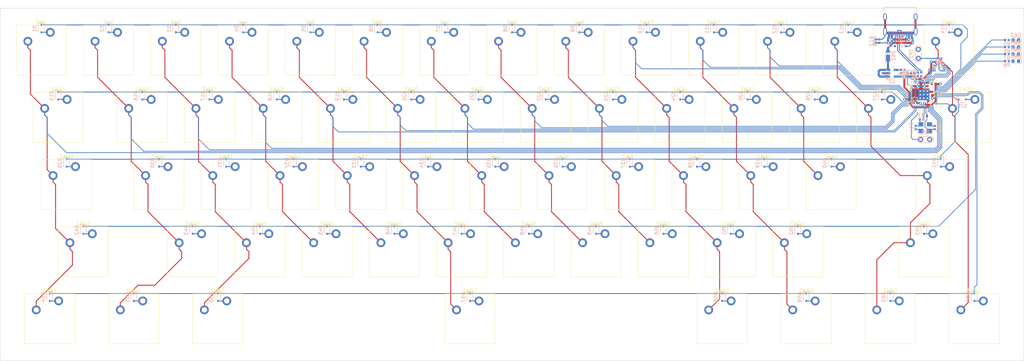
<source format=kicad_pcb>
(kicad_pcb (version 20221018) (generator pcbnew)
  (layers (0 "F.Cu" signal) (31 "B.Cu" signal) (34 "B.Paste" user) (35 "F.Paste" user) (36 "B.SilkS" user "B.Silkscreen") (37 "F.SilkS" user "F.Silkscreen") (38 "B.Mask" user) (39 "F.Mask" user) (44 "Edge.Cuts" user))
  (net 0 "")
  (net 1 "Net-(J1-SHIELD)")
  (net 2 "GND")
  (net 3 "/XIN")
  (net 4 "+3V3")
  (net 5 "+1V1")
  (net 6 "/ROW1")
  (net 7 "Net-(D1-A)")
  (net 8 "Net-(D2-A)")
  (net 9 "Net-(D3-A)")
  (net 10 "Net-(D4-A)")
  (net 11 "Net-(D5-A)")
  (net 12 "Net-(D6-A)")
  (net 13 "Net-(D7-A)")
  (net 14 "Net-(D8-A)")
  (net 15 "Net-(D9-A)")
  (net 16 "Net-(D10-A)")
  (net 17 "Net-(D11-A)")
  (net 18 "Net-(D12-A)")
  (net 19 "Net-(D13-A)")
  (net 20 "Net-(D14-A)")
  (net 21 "/ROW2")
  (net 22 "Net-(D15-A)")
  (net 23 "Net-(D17-A)")
  (net 24 "Net-(D18-A)")
  (net 25 "Net-(D19-A)")
  (net 26 "Net-(D20-A)")
  (net 27 "Net-(D21-A)")
  (net 28 "Net-(D22-A)")
  (net 29 "Net-(D23-A)")
  (net 30 "Net-(D24-A)")
  (net 31 "Net-(D25-A)")
  (net 32 "Net-(D26-A)")
  (net 33 "Net-(D27-A)")
  (net 34 "Net-(D28-A)")
  (net 35 "/ROW3")
  (net 36 "Net-(D29-A)")
  (net 37 "Net-(D30-A)")
  (net 38 "Net-(D31-A)")
  (net 39 "Net-(D32-A)")
  (net 40 "Net-(D33-A)")
  (net 41 "Net-(D34-A)")
  (net 42 "Net-(D35-A)")
  (net 43 "Net-(D36-A)")
  (net 44 "Net-(D37-A)")
  (net 45 "Net-(D38-A)")
  (net 46 "Net-(D39-A)")
  (net 47 "Net-(D40-A)")
  (net 48 "Net-(D41-A)")
  (net 49 "/ROW4")
  (net 50 "Net-(D42-A)")
  (net 51 "Net-(D43-A)")
  (net 52 "Net-(D44-A)")
  (net 53 "Net-(D45-A)")
  (net 54 "Net-(D46-A)")
  (net 55 "Net-(D47-A)")
  (net 56 "Net-(D48-A)")
  (net 57 "Net-(D49-A)")
  (net 58 "Net-(D50-A)")
  (net 59 "Net-(D51-A)")
  (net 60 "Net-(D52-A)")
  (net 61 "Net-(D53-A)")
  (net 62 "/ROW5")
  (net 63 "Net-(D54-A)")
  (net 64 "Net-(D55-A)")
  (net 65 "Net-(D56-A)")
  (net 66 "Net-(D57-A)")
  (net 67 "Net-(D58-A)")
  (net 68 "Net-(D59-A)")
  (net 69 "Net-(D60-A)")
  (net 70 "Net-(D61-A)")
  (net 71 "/VBUS")
  (net 72 "/_VBUS")
  (net 73 "Net-(J1-CC1)")
  (net 74 "/_USB_DP")
  (net 75 "/_USB_DM")
  (net 77 "Net-(J1-CC2)")
  (net 79 "/XOUT")
  (net 80 "/USB_DM")
  (net 81 "/USB_DP")
  (net 82 "/QSPI_SS")
  (net 83 "/COL1")
  (net 84 "/COL2")
  (net 85 "/COL3")
  (net 86 "/COL4")
  (net 87 "/COL5")
  (net 88 "/COL6")
  (net 89 "/COL7")
  (net 90 "/COL8")
  (net 91 "/COL9")
  (net 92 "/COL10")
  (net 93 "/COL11")
  (net 94 "/COL12")
  (net 95 "/COL13")
  (net 96 "/COL14")
  (net 97 "/QSPI_SD3")
  (net 98 "/QSPI_SCLK")
  (net 99 "/QSPI_SD0")
  (net 100 "/QSPI_SD2")
  (net 101 "/QSPI_SD1")
  (net 102 "Net-(D63-A)")
  (net 103 "Net-(D64-A)")
  (net 104 "Net-(D65-A)")
  (net 105 "Net-(D66-A)")
  (net 106 "/LED1")
  (net 107 "/LED2")
  (net 108 "/LED3")
  (net 109 "/LED4")
  (net 110 "Net-(U2-CS)")
  (net 111 "Net-(D16-A)")
  (net 119 "Net-(C14-Pad1)")
  (net 120 "/RUN")
  (net 121 "/BOOTSEL")
  (footprint "Capacitor_SMD:C_0402_1005Metric" (layer "F.Cu") (at 296.32375 147.8425 -90)
    (fp_text reference "C2")
    (fp_text value "0.1u")
  )
  (footprint "PCM_Switch_Keyboard_Cherry_MX:SW_Cherry_MX_PCB_1.00u" (layer "F.Cu") (at 245.26875 157.1625)
    (fp_text reference "SW25")
    (fp_text value "P")
  )
  (footprint "PCM_Switch_Keyboard_Cherry_MX:SW_Cherry_MX_PCB_1.00u" (layer "F.Cu") (at 250.03125 176.2125)
    (fp_text reference "SW39")
    (fp_text value ";")
  )
  (footprint "PCM_Switch_Keyboard_Cherry_MX:SW_Cherry_MX_PCB_1.00u" (layer "F.Cu") (at 283.36875 157.1625)
    (fp_text reference "SW27")
    (fp_text value "]")
  )
  (footprint "PCM_Switch_Keyboard_Cherry_MX:SW_Cherry_MX_PCB_1.00u" (layer "F.Cu") (at 221.45625 195.2625)
    (fp_text reference "SW50")
    (fp_text value ",")
  )
  (footprint "PCM_Switch_Keyboard_Cherry_MX:SW_Cherry_MX_PCB_1.00u" (layer "F.Cu") (at 173.83125 176.2125)
    (fp_text reference "SW35")
    (fp_text value "H")
  )
  (footprint "PCM_Switch_Keyboard_Cherry_MX:SW_Cherry_MX_PCB_1.00u" (layer "F.Cu") (at 197.64375 138.1125)
    (fp_text reference "SW9")
    (fp_text value "8")
  )
  (footprint "PCM_Switch_Keyboard_Cherry_MX:SW_Cherry_MX_PCB_1.25u" (layer "F.Cu") (at 309.5625 214.3125)
    (fp_text reference "SW61")
    (fp_text value "CtrlR")
  )
  (footprint "PCM_Switch_Keyboard_Cherry_MX:SW_Cherry_MX_PCB_1.00u" (layer "F.Cu") (at 126.20625 195.2625)
    (fp_text reference "SW45")
    (fp_text value "C")
  )
  (footprint "PCM_Switch_Keyboard_Cherry_MX:SW_Cherry_MX_PCB_1.00u" (layer "F.Cu") (at 121.44375 138.1125)
    (fp_text reference "SW5")
    (fp_text value "4")
  )
  (footprint "PCM_Switch_Keyboard_Cherry_MX:SW_Cherry_MX_PCB_1.00u" (layer "F.Cu") (at 130.96875 157.1625)
    (fp_text reference "SW19")
    (fp_text value "R")
  )
  (footprint "PCM_Switch_Keyboard_Cherry_MX:SW_Cherry_MX_PCB_1.50u" (layer "F.Cu") (at 307.18125 157.1625)
    (fp_text reference "SW28")
    (fp_text value "\\")
  )
  (footprint "PCM_Switch_Keyboard_Cherry_MX:SW_Cherry_MX_PCB_1.00u" (layer "F.Cu") (at 226.21875 157.1625)
    (fp_text reference "SW24")
    (fp_text value "O")
  )
  (footprint "PCM_Switch_Keyboard_Cherry_MX:SW_Cherry_MX_PCB_1.00u" (layer "F.Cu") (at 183.35625 195.2625)
    (fp_text reference "SW48")
    (fp_text value "N")
  )
  (footprint "PCM_Switch_Keyboard_Cherry_MX:SW_Cherry_MX_PCB_1.00u" (layer "F.Cu") (at 135.73125 176.2125)
    (fp_text reference "SW33")
    (fp_text value "F")
  )
  (footprint "PCM_Switch_Keyboard_Cherry_MX:SW_Cherry_MX_PCB_1.00u" (layer "F.Cu") (at 145.25625 195.2625)
    (fp_text reference "SW46")
    (fp_text value "V")
  )
  (footprint "PCM_Switch_Keyboard_Cherry_MX:SW_Cherry_MX_PCB_1.00u" (layer "F.Cu") (at 97.63125 176.2125)
    (fp_text reference "SW31")
    (fp_text value "S")
  )
  (footprint "PCM_Switch_Keyboard_Cherry_MX:SW_Cherry_MX_PCB_1.25u" (layer "F.Cu") (at 71.4375 214.3125)
    (fp_text reference "SW55")
    (fp_text value "SuperL")
  )
  (footprint "PCM_Switch_Keyboard_Cherry_MX:SW_Cherry_MX_PCB_1.00u" (layer "F.Cu") (at 140.49375 138.1125)
    (fp_text reference "SW6")
    (fp_text value "5")
  )
  (footprint "PCM_Switch_Keyboard_Cherry_MX:SW_Cherry_MX_PCB_1.00u" (layer "F.Cu") (at 116.68125 176.2125)
    (fp_text reference "SW32")
    (fp_text value "D")
  )
  (footprint "PCM_Switch_Keyboard_Cherry_MX:SW_Cherry_MX_PCB_1.00u" (layer "F.Cu") (at 216.69375 138.1125)
    (fp_text reference "SW10")
    (fp_text value "9")
  )
  (footprint "PCM_Switch_Keyboard_Cherry_MX:SW_Cherry_MX_PCB_1.00u" (layer "F.Cu") (at 78.58125 176.2125)
    (fp_text reference "SW30")
    (fp_text value "A")
  )
  (footprint "PCM_Switch_Keyboard_Cherry_MX:SW_Cherry_MX_PCB_1.00u" (layer "F.Cu") (at 264.31875 157.1625)
    (fp_text reference "SW26")
    (fp_text value "[")
  )
  (footprint "PCM_Switch_Keyboard_Cherry_MX:SW_Cherry_MX_PCB_1.00u" (layer "F.Cu") (at 164.30625 195.2625)
    (fp_text reference "SW47")
    (fp_text value "B")
  )
  (footprint "PCM_Switch_Keyboard_Cherry_MX:SW_Cherry_MX_PCB_1.00u" (layer "F.Cu") (at 92.86875 157.1625)
    (fp_text reference "SW17")
    (fp_text value "W")
  )
  (footprint "PCM_Switch_Keyboard_Cherry_MX:SW_Cherry_MX_PCB_1.00u" (layer "F.Cu") (at 178.59375 138.1125)
    (fp_text reference "SW8")
    (fp_text value "7")
  )
  (footprint "PCM_Switch_Keyboard_Cherry_MX:SW_Cherry_MX_PCB_1.50u" (layer "F.Cu") (at 50.00625 157.1625)
    (fp_text reference "SW15")
    (fp_text value "Tab")
  )
  (footprint "PCM_Switch_Keyboard_Cherry_MX:SW_Cherry_MX_PCB_1.25u" (layer "F.Cu") (at 261.9375 214.3125)
    (fp_text reference "SW59")
    (fp_text value "SuperR")
  )
  (footprint "PCM_Switch_Keyboard_Cherry_MX:SW_Cherry_MX_PCB_1.00u" (layer "F.Cu") (at 259.55625 195.2625)
    (fp_text reference "SW52")
    (fp_text value "/")
  )
  (footprint "PCM_Switch_Keyboard_Cherry_MX:SW_Cherry_MX_PCB_1.00u" (layer "F.Cu") (at 188.11875 157.1625)
    (fp_text reference "SW22")
    (fp_text value "U")
  )
  (footprint "Capacitor_SMD:C_0402_1005Metric" (layer "F.Cu") (at 296.48375 153.1025 -90)
    (fp_text reference "C6")
    (fp_text value "0.1u")
  )
  (footprint "PCM_Switch_Keyboard_Cherry_MX:SW_Cherry_MX_PCB_1.00u" (layer "F.Cu") (at 269.08125 176.2125)
    (fp_text reference "SW40")
    (fp_text value "'")
  )
  (footprint "Capacitor_SMD:C_0402_1005Metric" (layer "F.Cu") (at 292.55375 148.8025 90)
    (fp_text reference "C9")
    (fp_text value "2.2u")
  )
  (footprint "PCM_Switch_Keyboard_Cherry_MX:SW_Cherry_MX_PCB_1.00u" (layer "F.Cu") (at 45.24375 138.1125)
    (fp_text reference "SW1")
    (fp_text value "ESC")
  )
  (footprint "PCM_Switch_Keyboard_Cherry_MX:SW_Cherry_MX_PCB_1.00u" (layer "F.Cu") (at 64.29375 138.1125)
    (fp_text reference "SW2")
    (fp_text value "1")
  )
  (footprint "PCM_Switch_Keyboard_Cherry_MX:SW_Cherry_MX_PCB_1.00u" (layer "F.Cu") (at 273.84375 138.1125)
    (fp_text reference "SW13")
    (fp_text value "=")
  )
  (footprint "PCM_Switch_Keyboard_Cherry_MX:SW_Cherry_MX_PCB_1.25u" (layer "F.Cu") (at 47.625 214.3125)
    (fp_text reference "SW54")
    (fp_text value "CtrlL")
  )
  (footprint "PCM_Switch_Keyboard_Cherry_MX:SW_Cherry_MX_PCB_1.00u" (layer "F.Cu") (at 102.39375 138.1125)
    (fp_text reference "SW4")
    (fp_text value "3")
  )
  (footprint "PCM_Switch_Keyboard_Cherry_MX:SW_Cherry_MX_PCB_1.75u" (layer "F.Cu") (at 52.3875 176.2125)
    (fp_text reference "SW29")
    (fp_text value "CapsLock")
  )
  (footprint "PCM_Switch_Keyboard_Cherry_MX:SW_Cherry_MX_PCB_1.00u" (layer "F.Cu") (at 192.88125 176.2125)
    (fp_text reference "SW36")
    (fp_text value "J")
  )
  (footprint "Capacitor_SMD:C_0402_1005Metric" (layer "F.Cu") (at 298.07375 147.6625)
    (fp_text reference "C4")
    (fp_text value "0.1u")
  )
  (footprint "PCM_Switch_Keyboard_Cherry_MX:SW_Cherry_MX_PCB_1.00u" (layer "F.Cu") (at 107.15625 195.2625)
    (fp_text reference "SW44")
    (fp_text value "X")
  )
  (footprint "Capacitor_SMD:C_0402_1005Metric" (layer "F.Cu") (at 291.71375 152.0825 180)
    (fp_text reference "C7")
    (fp_text value "0.1u")
  )
  (footprint "PCM_Switch_Keyboard_Cherry_MX:SW_Cherry_MX_PCB_2.25u" (layer "F.Cu") (at 57.15 195.2625)
    (fp_text reference "SW42")
    (fp_text value "ShiftL")
  )
  (footprint "PCM_Switch_Keyboard_Cherry_MX:SW_Cherry_MX_PCB_1.00u" (layer "F.Cu") (at 111.91875 157.1625)
    (fp_text reference "SW18")
    (fp_text value "E")
  )
  (footprint "PCM_Switch_Keyboard_Cherry_MX:SW_Cherry_MX_PCB_1.00u" (layer "F.Cu") (at 202.40625 195.2625)
    (fp_text reference "SW49")
    (fp_text value "M")
  )
  (footprint "PCM_Switch_Keyboard_Cherry_MX:SW_Cherry_MX_PCB_2.00u" (layer "F.Cu") (at 302.41875 138.1125)
    (fp_text reference "SW14")
    (fp_text value "Backspace")
  )
  (footprint "PCM_Switch_Keyboard_Cherry_MX:SW_Cherry_MX_PCB_6.25u" (layer "F.Cu") (at 166.6875 214.3125)
    (fp_text reference "SW57")
    (fp_text value "Space")
  )
  (footprint "PCM_Switch_Keyboard_Cherry_MX:SW_Cherry_MX_PCB_1.00u" (layer "F.Cu") (at 235.74375 138.1125)
    (fp_text reference "SW11")
    (fp_text value "0")
  )
  (footprint "PCM_Switch_Keyboard_Cherry_MX:SW_Cherry_MX_PCB_1.00u" (layer "F.Cu") (at 88.10625 195.2625)
    (fp_text reference "SW43")
    (fp_text value "Z")
  )
  (footprint "PCM_Switch_Keyboard_Cherry_MX:SW_Cherry_MX_PCB_1.00u" (layer "F.Cu") (at 211.93125 176.2125)
    (fp_text reference "SW37")
    (fp_text value "K")
  )
  (footprint "PCM_Switch_Keyboard_Cherry_MX:SW_Cherry_MX_PCB_1.00u" (layer "F.Cu") (at 207.16875 157.1625)
    (fp_text reference "SW23")
    (fp_text value "I")
  )
  (footprint "PCM_Switch_Keyboard_Cherry_MX:SW_Cherry_MX_PCB_1.25u" (layer "F.Cu") (at 238.125 214.3125)
    (fp_text reference "SW58")
    (fp_text value "Fn")
  )
  (footprint "PCM_Switch_Keyboard_Cherry_MX:SW_Cherry_MX_PCB_2.25u" (layer "F.Cu") (at 300.0375 176.2125)
    (fp_text reference "SW41")
    (fp_text value "Enter")
  )
  (footprint "PCM_Switch_Keyboard_Cherry_MX:SW_Cherry_MX_PCB_2.75u" (layer "F.Cu") (at 295.275 195.2625)
    (fp_text reference "SW53")
    (fp_text value "ShiftR")
  )
  (footprint "PCM_Switch_Keyboard_Cherry_MX:SW_Cherry_MX_PCB_1.25u" (layer "F.Cu") (at 285.75 214.3125)
    (fp_text reference "SW60")
    (fp_text value "AltR")
  )
  (footprint "PCM_Switch_Keyboard_Cherry_MX:SW_Cherry_MX_PCB_1.00u" (layer "F.Cu") (at 230.98125 176.2125)
    (fp_text reference "SW38")
    (fp_text value "L")
  )
  (footprint "PCM_Switch_Keyboard_Cherry_MX:SW_Cherry_MX_PCB_1.00u" (layer "F.Cu") (at 150.01875 157.1625)
    (fp_text reference "SW20")
    (fp_text value "T")
  )
  (footprint "PCM_Switch_Keyboard_Cherry_MX:SW_Cherry_MX_PCB_1.00u" (layer "F.Cu") (at 154.78125 176.2125)
    (fp_text reference "SW34")
    (fp_text value "G")
  )
  (footprint "Capacitor_SMD:C_0402_1005Metric" (layer "F.Cu") (at 297.64375 150.3825 -90)
    (fp_text reference "C5")
    (fp_text value "0.1u")
  )
  (footprint "PCM_Switch_Keyboard_Cherry_MX:SW_Cherry_MX_PCB_1.00u" (layer "F.Cu") (at 240.50625 195.2625)
    (fp_text reference "SW51")
    (fp_text value ".")
  )
  (footprint "PCM_Switch_Keyboard_Cherry_MX:SW_Cherry_MX_PCB_1.25u" (layer "F.Cu") (at 95.25 214.3125)
    (fp_text reference "SW56")
    (fp_text value "AltL")
  )
  (footprint "PCM_Switch_Keyboard_Cherry_MX:SW_Cherry_MX_PCB_1.00u" (layer "F.Cu") (at 83.34375 138.1125)
    (fp_text reference "SW3")
    (fp_text value "2")
  )
  (footprint "PCM_Switch_Keyboard_Cherry_MX:SW_Cherry_MX_PCB_1.00u" (layer "F.Cu") (at 73.81875 157.1625)
    (fp_text reference "SW16")
    (fp_text value "Q")
  )
  (footprint "PCM_Switch_Keyboard_Cherry_MX:SW_Cherry_MX_PCB_1.00u" (layer "F.Cu") (at 169.06875 157.1625)
    (fp_text reference "SW21")
    (fp_text value "Y")
  )
  (footprint "PCM_Switch_Keyboard_Cherry_MX:SW_Cherry_MX_PCB_1.00u" (layer "F.Cu") (at 159.54375 138.1125)
    (fp_text reference "SW7")
    (fp_text value "6")
  )
  (footprint "PCM_Switch_Keyboard_Cherry_MX:SW_Cherry_MX_PCB_1.00u" (layer "F.Cu") (at 254.79375 138.1125)
    (fp_text reference "SW12")
    (fp_text value "-")
  )
  (footprint "Capacitor_SMD:C_0402_1005Metric" (layer "F.Cu") (at 294.17375 146.8025 90)
    (fp_text reference "C3")
    (fp_text value "0.1u")
  )
  (footprint "Capacitor_SMD:C_0402_1005Metric" (layer "F.Cu") (at 292.91375 153.1125)
    (fp_text reference "C1")
    (fp_text value "0.1u")
  )
  (footprint "Resistor_SMD:R_0402_1005Metric" (layer "B.Cu") (at 290.14375 136.4625 -90)
    (fp_text reference "R4")
    (fp_text value "5.1k")
  )
  (footprint "Diode_SMD:D_SOD-323" (layer "B.Cu") (at 285.75 208.1825 -90)
    (fp_text reference "D60")
    (fp_text value "1SS355")
  )
  (footprint "Diode_SMD:D_SOD-323" (layer "B.Cu") (at 221.45625 189.1325 -90)
    (fp_text reference "D50")
    (fp_text value "1SS355")
  )
  (footprint "TestPoint:TestPoint_2Pads_Pitch2.54mm_Drill0.8mm" (layer "B.Cu") (at 293.69375 137.8725 -90)
    (fp_text reference "TP2")
    (fp_text value "BOOTSEL")
  )
  (footprint "Diode_SMD:D_SOD-323" (layer "B.Cu") (at 111.91875 151.0325 -90)
    (fp_text reference "D18")
    (fp_text value "1SS355")
  )
  (footprint "Diode_SMD:D_SOD-323" (layer "B.Cu") (at 192.88125 170.0825 -90)
    (fp_text reference "D36")
    (fp_text value "1SS355")
  )
  (footprint "Resistor_SMD:R_0402_1005Metric" (layer "B.Cu") (at 293.54375 144.9425 -90)
    (fp_text reference "R10")
    (fp_text value "27")
  )
  (footprint "Capacitor_SMD:C_0402_1005Metric" (layer "B.Cu") (at 291.59375 145.1125 -90)
    (fp_text reference "C10")
    (fp_text value "2.2u")
  )
  (footprint "Diode_SMD:D_SOD-323" (layer "B.Cu") (at 95.25 208.1825 -90)
    (fp_text reference "D56")
    (fp_text value "1SS355")
  )
  (footprint "Diode_SMD:D_SOD-323" (layer "B.Cu") (at 183.35625 189.1325 -90)
    (fp_text reference "D48")
    (fp_text value "1SS355")
  )
  (footprint "Diode_SMD:D_SOD-323" (layer "B.Cu") (at 52.3875 170.0825 -90)
    (fp_text reference "D29")
    (fp_text value "1SS355")
  )
  (footprint "Diode_SMD:D_SOD-323" (layer "B.Cu") (at 302.41875 131.9825 -90)
    (fp_text reference "D14")
    (fp_text value "1SS355")
  )
  (footprint "Diode_SMD:D_SOD-323" (layer "B.Cu") (at 88.10625 189.1325 -90)
    (fp_text reference "D43")
    (fp_text value "1SS355")
  )
  (footprint "Resistor_SMD:R_0402_1005Metric" (layer "B.Cu") (at 281.59375 135.5325 -90)
    (fp_text reference "R12")
    (fp_text value "DNP")
  )
  (footprint "Diode_SMD:D_SOD-323" (layer "B.Cu") (at 64.29375 131.9825 -90)
    (fp_text reference "D2")
    (fp_text value "1SS355")
  )
  (footprint "Capacitor_SMD:C_0402_1005Metric" (layer "B.Cu") (at 282.59375 135.5325 -90)
    (fp_text reference "C18")
    (fp_text value "DNP")
  )
  (footprint "Connector_USB:USB_C_Receptacle_G-Switch_GT-USB-7010ASV" (layer "B.Cu") (at 288.59375 129.7125)
    (fp_text reference "J1")
    (fp_text value "5077CR-16-SMC2-BK-TR")
  )
  (footprint "Diode_SMD:D_SOD-323" (layer "B.Cu") (at 207.16875 151.0325 -90)
    (fp_text reference "D23")
    (fp_text value "1SS355")
  )
  (footprint "Diode_SMD:D_SOD-323" (layer "B.Cu") (at 47.625 208.1825 -90)
    (fp_text reference "D54")
    (fp_text value "1SS355")
  )
  (footprint "Diode_SMD:D_SOD-323" (layer "B.Cu") (at 130.96875 151.0325 -90)
    (fp_text reference "D19")
    (fp_text value "1SS355")
  )
  (footprint "Diode_SMD:D_SOD-323" (layer "B.Cu") (at 97.63125 170.0825 -90)
    (fp_text reference "D31")
    (fp_text value "1SS355")
  )
  (footprint "Diode_SMD:D_SOD-323" (layer "B.Cu") (at 216.69375 131.9825 -90)
    (fp_text reference "D10")
    (fp_text value "1SS355")
  )
  (footprint "Diode_SMD:D_TUMD2" (layer "B.Cu") (at 285.10375 139.6725 90)
    (fp_text reference "D62")
    (fp_text value "RSX101VAM-30TR")
  )
  (footprint "Diode_SMD:D_SOD-323" (layer "B.Cu") (at 269.08125 170.0825 -90)
    (fp_text reference "D40")
    (fp_text value "1SS355")
  )
  (footprint "Diode_SMD:D_SOD-323" (layer "B.Cu") (at 57.15 189.1325 -90)
    (fp_text reference "D42")
    (fp_text value "1SS355")
  )
  (footprint "Diode_SMD:D_SOD-323" (layer "B.Cu") (at 116.68125 170.0825 -90)
    (fp_text reference "D32")
    (fp_text value "1SS355")
  )
  (footprint "Diode_SMD:D_SOD-323" (layer "B.Cu") (at 164.30625 189.1325 -90)
    (fp_text reference "D47")
    (fp_text value "1SS355")
  )
  (footprint "Diode_SMD:D_SOD-323" (layer "B.Cu") (at 211.93125 170.0825 -90)
    (fp_text reference "D37")
    (fp_text value "1SS355")
  )
  (footprint "Diode_SMD:D_SOD-323" (layer "B.Cu") (at 202.40625 189.1325 -90)
    (fp_text reference "D49")
    (fp_text value "1SS355")
  )
  (footprint "Diode_SMD:D_SOD-323" (layer "B.Cu") (at 261.9375 208.1825 -90)
    (fp_text reference "D59")
    (fp_text value "1SS355")
  )
  (footprint "Diode_SMD:D_SOD-323" (layer "B.Cu") (at 121.44375 131.9825 -90)
    (fp_text reference "D5")
    (fp_text value "1SS355")
  )
  (footprint "Diode_SMD:D_SOD-323" (layer "B.Cu") (at 140.49375 131.9825 -90)
    (fp_text reference "D6")
    (fp_text value "1SS355")
  )
  (footprint "Diode_SMD:D_SOD-323" (layer "B.Cu") (at 71.4375 208.1825 -90)
    (fp_text reference "D55")
    (fp_text value "1SS355")
  )
  (footprint "LED_SMD:LED_0603_1608Metric" (layer "B.Cu") (at 321.30625 137.2125 180)
    (fp_text reference "D64")
    (fp_text value "LED")
  )
  (footprint "Diode_SMD:D_SOD-323" (layer "B.Cu") (at 300.0375 170.0825 -90)
    (fp_text reference "D41")
    (fp_text value "1SS355")
  )
  (footprint "Resistor_SMD:R_0402_1005Metric" (layer "B.Cu") (at 295.64375 156.7625 180)
    (fp_text reference "R1")
    (fp_text value "DNP")
  )
  (footprint "Capacitor_SMD:C_0402_1005Metric" (layer "B.Cu") (at 292.56375 145.1125 -90)
    (fp_text reference "C11")
    (fp_text value "2.2u")
  )
  (footprint "Diode_SMD:D_SOD-323" (layer "B.Cu") (at 150.01875 151.0325 -90)
    (fp_text reference "D20")
    (fp_text value "1SS355")
  )
  (footprint "Diode_SMD:D_SOD-323" (layer "B.Cu") (at 230.98125 170.0825 -90)
    (fp_text reference "D38")
    (fp_text value "1SS355")
  )
  (footprint "Diode_SMD:D_SOD-323" (layer "B.Cu") (at 235.74375 131.9825 -90)
    (fp_text reference "D11")
    (fp_text value "1SS355")
  )
  (footprint "Resistor_SMD:R_0402_1005Metric" (layer "B.Cu") (at 318.79625 135.2125)
    (fp_text reference "R5")
    (fp_text value "470")
  )
  (footprint "Diode_SMD:D_SOD-323" (layer "B.Cu") (at 254.79375 131.9825 -90)
    (fp_text reference "D12")
    (fp_text value "1SS355")
  )
  (footprint "Diode_SMD:D_SOD-323" (layer "B.Cu") (at 102.39375 131.9825 -90)
    (fp_text reference "D4")
    (fp_text value "1SS355")
  )
  (footprint "Diode_SMD:D_SOD-323" (layer "B.Cu") (at 283.36875 151.0325 -90)
    (fp_text reference "D27")
    (fp_text value "1SS355")
  )
  (footprint "LED_SMD:LED_0603_1608Metric" (layer "B.Cu") (at 321.30625 135.2125 180)
    (fp_text reference "D63")
    (fp_text value "LED")
  )
  (footprint "LED_SMD:LED_0603_1608Metric" (layer "B.Cu") (at 321.30625 139.2125 180)
    (fp_text reference "D65")
    (fp_text value "LED")
  )
  (footprint "Resistor_SMD:R_0402_1005Metric" (layer "B.Cu") (at 294.54375 144.9425 -90)
    (fp_text reference "R11")
    (fp_text value "27")
  )
  (footprint "Diode_SMD:D_SOD-323" (layer "B.Cu") (at 273.84375 131.9825 -90)
    (fp_text reference "D13")
    (fp_text value "1SS355")
  )
  (footprint "Crystal:Crystal_SMD_SeikoEpson_FA238V-4Pin_3.2x2.5mm" (layer "B.Cu") (at 295.64375 160.0725 180)
    (fp_text reference "Y1")
    (fp_text value "FA238V")
  )
  (footprint "Capacitor_SMD:C_0402_1005Metric" (layer "B.Cu") (at 298.35375 160.0725 90)
    (fp_text reference "C13")
    (fp_text value "DNP")
  )
  (footprint "Capacitor_SMD:C_0402_1005Metric" (layer "B.Cu") (at 288.84375 145.1125 90)
    (fp_text reference "C17")
    (fp_text value "0.47u")
  )
  (footprint "Capacitor_SMD:C_0402_1005Metric" (layer "B.Cu") (at 299.08375 141.4025)
    (fp_text reference "C12")
    (fp_text value "0.1u")
  )
  (footprint "Diode_SMD:D_SOD-323" (layer "B.Cu") (at 135.73125 170.0825 -90)
    (fp_text reference "D33")
    (fp_text value "1SS355")
  )
  (footprint "Diode_SMD:D_SOD-323" (layer "B.Cu") (at 295.275 189.1325 -90)
    (fp_text reference "D53")
    (fp_text value "1SS355")
  )
  (footprint "Diode_SMD:D_SOD-323" (layer "B.Cu") (at 173.83125 170.0825 -90)
    (fp_text reference "D35")
    (fp_text value "1SS355")
  )
  (footprint "Resistor_SMD:R_0402_1005Metric" (layer "B.Cu") (at 318.79625 137.2125)
    (fp_text reference "R6")
    (fp_text value "470")
  )
  (footprint "Diode_SMD:D_SOD-323" (layer "B.Cu") (at 226.21875 151.0325 -90)
    (fp_text reference "D24")
    (fp_text value "1SS355")
  )
  (footprint "Diode_SMD:D_SOD-323" (layer "B.Cu") (at 197.64375 131.9825 -90)
    (fp_text reference "D9")
    (fp_text value "1SS355")
  )
  (footprint "Capacitor_SMD:C_0402_1005Metric" (layer "B.Cu") (at 283.64375 145.1125 90)
    (fp_text reference "C15")
    (fp_text value "1u")
  )
  (footprint "Diode_SMD:D_SOD-323" (layer "B.Cu") (at 78.58125 170.0825 -90)
    (fp_text reference "D30")
    (fp_text value "1SS355")
  )
  (footprint "USON_extra:USON-8_2x3mm_P0.5mm" (layer "B.Cu") (at 299.59375 143.2125 180)
    (fp_text reference "U3")
    (fp_text value "W25Q16JVUXIQ")
  )
  (footprint "Diode_SMD:D_SOD-323" (layer "B.Cu") (at 145.25625 189.1325 -90)
    (fp_text reference "D46")
    (fp_text value "1SS355")
  )
  (footprint "Diode_SMD:D_SOD-323" (layer "B.Cu") (at 73.81875 151.0325 -90)
    (fp_text reference "D16")
    (fp_text value "1SS355")
  )
  (footprint "Diode_SMD:D_SOD-323" (layer "B.Cu") (at 159.54375 131.9825 -90)
    (fp_text reference "D7")
    (fp_text value "1SS355")
  )
  (footprint "Diode_SMD:D_SOD-323" (layer "B.Cu") (at 126.20625 189.1325 -90)
    (fp_text reference "D45")
    (fp_text value "1SS355")
  )
  (footprint "Diode_SMD:D_SOD-323" (layer "B.Cu") (at 259.55625 189.1325 -90)
    (fp_text reference "D52")
    (fp_text value "1SS355")
  )
  (footprint "Capacitor_SMD:C_0402_1005Metric" (layer "B.Cu") (at 290.62375 145.1125 -90)
    (fp_text reference "C8")
    (fp_text value "0.1u")
  )
  (footprint "Diode_SMD:D_SOD-323" (layer "B.Cu") (at 250.03125 170.0825 -90)
    (fp_text reference "D39")
    (fp_text value "1SS355")
  )
  (footprint "LED_SMD:LED_0603_1608Metric" (layer "B.Cu") (at 321.30625 141.2125 180)
    (fp_text reference "D66")
    (fp_text value "LED")
  )
  (footprint "Diode_SMD:D_SOD-323" (layer "B.Cu") (at 166.6875 208.1825 -90)
    (fp_text reference "D57")
    (fp_text value "1SS355")
  )
  (footprint "Diode_SMD:D_SOD-323" (layer "B.Cu") (at 50.00625 151.0325 -90)
    (fp_text reference "D15")
    (fp_text value "1SS355")
  )
  (footprint "Diode_SMD:D_SOD-323" (layer "B.Cu") (at 92.86875 151.0325 -90)
    (fp_text reference "D17")
    (fp_text value "1SS355")
  )
  (footprint "Diode_SMD:D_SOD-323" (layer "B.Cu") (at 178.59375 131.9825 -90)
    (fp_text reference "D8")
    (fp_text value "1SS355")
  )
  (footprint "Diode_SMD:D_SOD-323" (layer "B.Cu") (at 238.125 208.1825 -90)
    (fp_text reference "D58")
    (fp_text value "1SS355")
  )
  (footprint "Resistor_SMD:R_0402_1005Metric" (layer "B.Cu") (at 318.79625 141.2125)
    (fp_text reference "R8")
    (fp_text value "470")
  )
  (footprint "Diode_SMD:D_SOD-323" (layer "B.Cu") (at 188.11875 151.0325 -90)
    (fp_text reference "D22")
    (fp_text value "1SS355")
  )
  (footprint "Diode_SMD:D_SOD-323" (layer "B.Cu") (at 83.34375 131.9825 -90)
    (fp_text reference "D3")
    (fp_text value "1SS355")
  )
  (footprint "Diode_SMD:D_SOD-323" (layer "B.Cu") (at 240.50625 189.1325 -90)
    (fp_text reference "D51")
    (fp_text value "1SS355")
  )
  (footprint "Diode_SMD:D_SOD-323" (layer "B.Cu") (at 264.31875 151.0325 -90)
    (fp_text reference "D26")
    (fp_text value "1SS355")
  )
  (footprint "Diode_SMD:D_SOD-323" (layer "B.Cu") (at 309.5625 208.1825 -90)
    (fp_text reference "D61")
    (fp_text value "1SS355")
  )
  (footprint "Capacitor_SMD:C_0402_1005Metric" (layer "B.Cu") (at 292.93375 160.0725 -90)
    (fp_text reference "C14")
    (fp_text value "DNP")
  )
  (footprint "Diode_SMD:D_SOD-323" (layer "B.Cu") (at 154.78125 170.0825 -90)
    (fp_text reference "D34")
    (fp_text value "1SS355")
  )
  (footprint "Diode_SMD:D_SOD-323" (layer "B.Cu") (at 169.06875 151.0325 -90)
    (fp_text reference "D21")
    (fp_text value "1SS355")
  )
  (footprint "Diode_SMD:D_SOD-323" (layer "B.Cu") (at 245.26875 151.0325 -90)
    (fp_text reference "D25")
    (fp_text value "1SS355")
  )
  (footprint "Package_TO_SOT_SMD:SOT-23-5" (layer "B.Cu") (at 286.24375 144.6325)
    (fp_text reference "U2")
    (fp_text value "NJM12877F33")
  )
  (footprint "Resistor_SMD:R_0402_1005Metric" (layer "B.Cu") (at 318.79625 139.2125)
    (fp_text reference "R7")
    (fp_text value "470")
  )
  (footprint "Diode_SMD:D_SOD-323" (layer "B.Cu") (at 107.15625 189.1325 -90)
    (fp_text reference "D44")
    (fp_text value "1SS355")
  )
  (footprint "Resistor_SMD:R_0402_1005Metric" (layer "B.Cu") (at 287.09375 136.4625 -90)
    (fp_text reference "R2")
    (fp_text value "5.1k")
  )
  (footprint "Capacitor_SMD:C_0402_1005Metric" (layer "B.Cu") (at 289.31375 143.6825)
    (fp_text reference "C16")
    (fp_text value "0.01u")
  )
  (footprint "Diode_SMD:D_SOD-323" (layer "B.Cu") (at 45.24375 131.9825 -90)
    (fp_text reference "D1")
    (fp_text value "1SS355")
  )
  (footprint "Diode_SMD:D_SOD-323" (layer "B.Cu") (at 306.13125 152.0825)
    (fp_text reference "D28")
    (fp_text value "1SS355")
  )
  (footprint "TestPoint:TestPoint_2Pads_Pitch2.54mm_Drill0.8mm" (layer "B.Cu") (at 296.91375 163.4425 180)
    (fp_text reference "TP1")
    (fp_text value "RUN")
  )
  (footprint "Resistor_SMD:R_0402_1005Metric" (layer "B.Cu") (at 294.62375 157.7525 180)
    (fp_text reference "R3")
    (fp_text value "1k")
  )
  (footprint "Package_DFN_QFN:QFN-56-1EP_7x7mm_P0.4mm_EP3.2x3.2mm" (layer "B.Cu") (at 295.24375 150.7125 180)
    (fp_text reference "U1")
    (fp_text value "RP2040")
  )
  (footprint "Resistor_SMD:R_0402_1005Metric" (layer "B.Cu") (at 299.74375 140.4225)
    (fp_text reference "R9")
    (fp_text value "1k")
  )
  (gr_line (start 323.59375 126.2125) (end 33.59375 126.2125) (stroke (width 0.1)) (layer "Edge.Cuts"))
  (gr_line (start 323.59375 226.2125) (end 323.59375 126.2125) (stroke (width 0.1)) (layer "Edge.Cuts"))
  (gr_line (start 33.59375 126.2125) (end 33.59375 226.2125) (stroke (width 0.1)) (layer "Edge.Cuts"))
  (gr_line (start 33.59375 226.2125) (end 323.59375 226.2125) (stroke (width 0.1)) (layer "Edge.Cuts"))
  (segment (start 284.27375 132.8375) (end 284.62875 133.1925) (width 0.6) (layer "F.Cu") (net 1))
  (segment (start 284.62875 133.1925) (end 292.55875 133.1925) (width 0.6) (layer "F.Cu") (net 1))
  (segment (start 284.27375 132.8375) (end 284.27375 128.6375) (width 0.6) (layer "F.Cu") (net 1))
  (segment (start 292.91375 132.8375) (end 292.91375 128.6375) (width 0.6) (layer "F.Cu") (net 1))
  (segment (start 292.55875 133.1925) (end 292.91375 132.8375) (width 0.6) (layer "F.Cu") (net 1))
  (segment (start 283.37375 135.0525) (end 284.27375 134.1525) (width 0.25) (layer "B.Cu") (net 1))
  (segment (start 282.56375 135.0225) (end 282.59375 135.0525) (width 0.25) (layer "B.Cu") (net 1))
  (segment (start 282.59375 135.0525) (end 283.37375 135.0525) (width 0.25) (layer "B.Cu") (net 1))
  (segment (start 284.27375 134.1525) (end 284.27375 132.8375) (width 0.25) (layer "B.Cu") (net 1))
  (segment (start 281.59375 135.0225) (end 282.56375 135.0225) (width 0.25) (layer "B.Cu") (net 1))
  (segment (start 296.32375 147.3625) (end 294.25375 147.3625) (width 0.2) (layer "F.Cu") (net 2))
  (segment (start 285.14375 136.0125) (end 292.04375 136.0125) (width 0.6) (layer "F.Cu") (net 2))
  (segment (start 294.25375 147.3625) (end 294.17375 147.2825) (width 0.2) (layer "F.Cu") (net 2))
  (via (at 295.24375 149.7125) (size 0.8) (drill 0.4) (layers "F.Cu" "B.Cu") (net 2))
  (via (at 296.24375 151.7125) (size 0.8) (drill 0.4) (layers "F.Cu" "B.Cu") (net 2))
  (via (at 295.24375 150.7125) (size 0.8) (drill 0.4) (layers "F.Cu" "B.Cu") (net 2))
  (via (at 295.24375 151.7125) (size 0.8) (drill 0.4) (layers "F.Cu" "B.Cu") (net 2))
  (via (at 285.14375 136.0125) (size 0.8) (drill 0.4) (layers "F.Cu" "B.Cu") (net 2))
  (via (at 296.24375 150.7125) (size 0.8) (drill 0.4) (layers "F.Cu" "B.Cu") (net 2))
  (via (at 294.24375 151.7125) (size 0.8) (drill 0.4) (layers "F.Cu" "B.Cu") (net 2))
  (via (at 296.24375 149.7125) (size 0.8) (drill 0.4) (layers "F.Cu" "B.Cu") (net 2))
  (via (at 294.24375 149.7125) (size 0.8) (drill 0.4) (layers "F.Cu" "B.Cu") (net 2))
  (via (at 294.24375 150.7125) (size 0.8) (drill 0.4) (layers "F.Cu" "B.Cu") (net 2))
  (via (at 292.04375 136.0125) (size 0.8) (drill 0.4) (layers "F.Cu" "B.Cu") (net 2))
  (segment (start 292.93375 160.5525) (end 293.97375 160.5525) (width 0.2) (layer "B.Cu") (net 2))
  (segment (start 282.56375 136.0425) (end 282.59375 136.0125) (width 0.25) (layer "B.Cu") (net 2))
  (segment (start 296.23375 151.7025) (end 296.27375 151.7025) (width 0.2) (layer "B.Cu") (net 2))
  (segment (start 285.14375 134.7125) (end 285.39375 134.4625) (width 0.6) (layer "B.Cu") (net 2))
  (segment (start 293.97375 160.5525) (end 294.44375 161.0225) (width 0.2) (layer "B.Cu") (net 2))
  (segment (start 299.56375 143.5125) (end 299.56375 141.4025) (width 0.25) (layer "B.Cu") (net 2))
  (segment (start 285.14375 136.0125) (end 285.14375 134.7125) (width 0.6) (layer "B.Cu") (net 2))
  (segment (start 296.27375 151.7425) (end 295.24375 150.7125) (width 0.2) (layer "B.Cu") (net 2))
  (segment (start 300.01375 143.9625) (end 299.56375 143.5125) (width 0.25) (layer "B.Cu") (net 2))
  (segment (start 296.27375 151.7025) (end 296.27375 151.7425) (width 0.2) (layer "B.Cu") (net 2))
  (segment (start 282.59375 136.0125) (end 285.14375 136.0125) (width 0.25) (layer "B.Cu") (net 2))
  (segment (start 285.39375 134.4625) (end 285.39375 133.4375) (width 0.6) (layer "B.Cu") (net 2))
  (segment (start 290.14375 136.9725) (end 291.08375 136.9725) (width 0.25) (layer "B.Cu") (net 2))
  (segment (start 281.59375 136.0425) (end 282.56375 136.0425) (width 0.25) (layer "B.Cu") (net 2))
  (segment (start 297.31375 159.5925) (end 296.84375 159.1225) (width 0.2) (layer "B.Cu") (net 2))
  (segment (start 291.79375 134.4875) (end 291.79375 133.4625) (width 0.6) (layer "B.Cu") (net 2))
  (segment (start 283.64375 144.6325) (end 285.10625 144.6325) (width 0.6) (layer "B.Cu") (net 2))
  (segment (start 292.04375 136.0125) (end 292.04375 134.7375) (width 0.6) (layer "B.Cu") (net 2))
  (segment (start 296.24375 154.15) (end 296.24375 151.7125) (width 0.2) (layer "B.Cu") (net 2))
  (segment (start 298.35375 159.5925) (end 297.31375 159.5925) (width 0.2) (layer "B.Cu") (net 2))
  (segment (start 300.99375 143.9625) (end 300.01375 143.9625) (width 0.25) (layer "B.Cu") (net 2))
  (segment (start 296.24375 151.7125) (end 296.23375 151.7025) (width 0.2) (layer "B.Cu") (net 2))
  (segment (start 291.08375 136.9725) (end 292.04375 136.0125) (width 0.25) (layer "B.Cu") (net 2))
  (segment (start 292.04375 134.7375) (end 291.79375 134.4875) (width 0.6) (layer "B.Cu") (net 2))
  (segment (start 295.59375 159.8725) (end 296.74375 161.0225) (width 0.2) (layer "B.Cu") (net 3))
  (segment (start 298.35375 160.5525) (end 297.31375 160.5525) (width 0.2) (layer "B.Cu") (net 3))
  (segment (start 295.84375 154.15) (end 295.84375 156.0125) (width 0.2) (layer "B.Cu") (net 3))
  (segment (start 296.15375 157.8325) (end 295.59375 158.3925) (width 0.2) (layer "B.Cu") (net 3))
  (segment (start 296.74375 161.0225) (end 296.84375 161.0225) (width 0.2) (layer "B.Cu") (net 3))
  (segment (start 296.15375 156.7625) (end 296.15375 157.8325) (width 0.2) (layer "B.Cu") (net 3))
  (segment (start 295.84375 156.0125) (end 296.15375 156.3225) (width 0.2) (layer "B.Cu") (net 3))
  (segment (start 296.15375 156.3225) (end 296.15375 156.7625) (width 0.2) (layer "B.Cu") (net 3))
  (segment (start 297.31375 160.5525) (end 296.84375 161.0225) (width 0.2) (layer "B.Cu") (net 3))
  (segment (start 295.59375 158.3925) (end 295.59375 159.8725) (width 0.2) (layer "B.Cu") (net 3))
  (segment (start 297.50375 153.5825) (end 298.60375 152.4825) (width 0.5) (layer "F.Cu") (net 4))
  (segment (start 296.48375 154.0725) (end 296.48375 153.5825) (width 0.5) (layer "F.Cu") (net 4))
  (segment (start 293.36375 146.3225) (end 294.17375 146.3225) (width 0.5) (layer "F.Cu") (net 4))
  (segment (start 296.48375 153.5825) (end 297.50375 153.5825) (width 0.5) (layer "F.Cu") (net 4))
  (segment (start 295.90375 153.5825) (end 296.48375 153.5825) (width 0.5) (layer "F.Cu") (net 4))
  (segment (start 291.23375 150.1225) (end 291.23375 152.0825) (width 0.5) (layer "F.Cu") (net 4))
  (segment (start 292.24375 154.3425) (end 296.21375 154.3425) (width 0.5) (layer "F.Cu") (net 4))
  (segment (start 291.23375 152.0825) (end 291.23375 153.3325) (width 0.5) (layer "F.Cu") (net 4))
  (segment (start 291.23375 152.0825) (end 289.84375 152.0825) (width 0.5) (layer "F.Cu") (net 4))
  (segment (start 289.72375 148.6125) (end 291.23375 150.1225) (width 0.5) (layer "F.Cu") (net 4))
  (segment (start 297.35375 144.014209) (end 297.35375 141.4025) (width 0.5) (layer "F.Cu") (net 4))
  (segment (start 289.72375 145.5925) (end 292.63375 145.5925) (width 0.5) (layer "F.Cu") (net 4))
  (segment (start 296.21375 154.3425) (end 296.48375 154.0725) (width 0.5) (layer "F.Cu") (net 4))
  (segment (start 299.91375 147.6625) (end 298.55375 147.6625) (width 0.5) (layer "F.Cu") (net 4))
  (segment (start 298.55375 150.8125) (end 298.60375 150.8625) (width 0.5) (layer "F.Cu") (net 4))
  (segment (start 292.63375 145.5925) (end 293.36375 146.3225) (width 0.5) (layer "F.Cu") (net 4))
  (segment (start 294.17375 146.3225) (end 295.045459 146.3225) (width 0.5) (layer "F.Cu") (net 4))
  (segment (start 295.045459 146.3225) (end 297.35375 144.014209) (width 0.5) (layer "F.Cu") (net 4))
  (segment (start 291.23375 153.3325) (end 292.24375 154.3425) (width 0.5) (layer "F.Cu") (net 4))
  (segment (start 298.60375 152.4825) (end 298.60375 150.8625) (width 0.5) (layer "F.Cu") (net 4))
  (segment (start 298.55375 147.6625) (end 298.55375 150.8125) (width 0.5) (layer "F.Cu") (net 4))
  (segment (start 295.43375 153.1125) (end 295.90375 153.5825) (width 0.5) (layer "F.Cu") (net 4))
  (segment (start 289.72375 145.5925) (end 289.72375 148.6125) (width 0.5) (layer "F.Cu") (net 4))
  (segment (start 297.64375 150.8625) (end 297.64375 151.7125) (width 0.5) (layer "F.Cu") (net 4))
  (segment (start 297.64375 150.8625) (end 298.60375 150.8625) (width 0.5) (layer "F.Cu") (net 4))
  (via (at 299.91375 147.6625) (size 0.8) (drill 0.4) (layers "F.Cu" "B.Cu") (net 4))
  (via (at 289.72375 145.5925) (size 0.8) (drill 0.4) (layers "F.Cu" "B.Cu") (net 4))
  (via (at 295.045459 146.3225) (size 0.8) (drill 0.4) (layers "F.Cu" "B.Cu") (net 4))
  (via (at 289.84375 152.0825) (size 0.8) (drill 0.4) (layers "F.Cu" "B.Cu") (net 4))
  (via (at 297.64375 151.7125) (size 0.8) (drill 0.4) (layers "F.Cu" "B.Cu") (net 4))
  (via (at 295.43375 153.1125) (size 0.8) (drill 0.4) (layers "F.Cu" "B.Cu") (net 4))
  (via (at 297.35375 141.4025) (size 0.8) (drill 0.4) (layers "F.Cu" "B.Cu") (net 4))
  (segment (start 292.56375 146.0825) (end 292.56375 145.5925) (width 0.2) (layer "B.Cu") (net 4))
  (segment (start 298.60375 141.8325) (end 298.84375 142.0725) (width 0.25) (layer "B.Cu") (net 4))
  (segment (start 297.64375 151.7125) (end 298.68125 151.7125) (width 0.2) (layer "B.Cu") (net 4))
  (segment (start 293.04375 146.5625) (end 292.56375 146.0825) (width 0.2) (layer "B.Cu") (net 4))
  (segment (start 298.84375 142.0725) (end 298.84375 142.3425) (width 0.25) (layer "B.Cu") (net 4))
  (segment (start 295.04375 146.324209) (end 295.04375 147.275) (width 0.2) (layer "B.Cu") (net 4))
  (segment (start 297.35375 141.4025) (end 298.60375 141.4025) (width 0.5) (layer "B.Cu") (net 4))
  (segment (start 292.56375 145.5925) (end 291.59375 145.5925) (width 0.5) (layer "B.Cu") (net 4))
  (segment (start 299.46375 148.1125) (end 299.91375 147.6625) (width 0.2) (layer "B.Cu") (net 4))
  (segment (start 289.84375 152.0825) (end 290.21375 151.7125) (width 0.2) (layer "B.Cu") (net 4))
  (segment (start 291.80625 148.1125) (end 291.10375 148.1125) (width 0.2) (layer "B.Cu") (net 4))
  (segment (start 290.62375 147.6325) (end 290.62375 145.5925) (width 0.2) (layer "B.Cu") (net 4))
  (segment (start 294.64375 146.724209) (end 294.64375 147.275) (width 0.2) (layer "B.Cu") (net 4))
  (segment (start 288.84375 145.5925) (end 287.39125 145.5925) (width 0.5) (layer "B.Cu") (net 4))
  (segment (start 291.59375 146.1325) (end 291.59375 145.5925) (width 0.2) (layer "B.Cu") (net 4))
  (segment (start 293.04375 147.275) (end 293.04375 146.5625) (width 0.2) (layer "B.Cu") (net 4))
  (segment (start 298.84375 142.3425) (end 298.72375 142.4625) (width 0.25) (layer "B.Cu") (net 4))
  (segment (start 292.23375 146.3425) (end 291.80375 146.3425) (width 0.2) (layer "B.Cu") (net 4))
  (segment (start 291.80375 146.3425) (end 291.59375 146.1325) (width 0.2) (layer "B.Cu") (net 4))
  (segment (start 290.21375 151.7125) (end 291.80625 151.7125) (width 0.2) (layer "B.Cu") (net 4))
  (segment (start 292.64375 146.7525) (end 292.23375 146.3425) (width 0.2) (layer "B.Cu") (net 4))
  (segment (start 290.62375 145.5925) (end 291.59375 145.5925) (width 0.5) (layer "B.Cu") (net 4))
  (segment (start 287.39125 145.5925) (end 287.38125 145.5825) (width 0.5) (layer "B.Cu") (net 4))
  (segment (start 295.04375 153.5025) (end 295.43375 153.1125) (width 0.2) (layer "B.Cu") (net 4))
  (segment (start 298.60375 141.4025) (end 298.60375 141.8325) (width 0.25) (layer "B.Cu") (net 4))
  (segment (start 292.64375 147.275) (end 292.64375 146.7525) (width 0.2) (layer "B.Cu") (net 4))
  (segment (start 289.72375 145.5925) (end 290.62375 145.5925) (width 0.5) (layer "B.Cu") (net 4))
  (segment (start 298.72375 142.4625) (end 298.19375 142.4625) (width 0.25) (layer "B.Cu") (net 4))
  (segment (start 298.68125 148.1125) (end 299.46375 148.1125) (width 0.2) (layer "B.Cu") (net 4))
  (segment (start 295.04375 154.15) (end 295.04375 153.5025) (width 0.2) (layer "B.Cu") (net 4))
  (segment (start 291.10375 148.1125) (end 290.62375 147.6325) (width 0.2) (layer "B.Cu") (net 4))
  (segment (start 288.84375 145.5925) (end 289.72375 145.5925) (width 0.5) (layer "B.Cu") (net 4))
  (segment (start 295.045459 146.3225) (end 295.04375 146.324209) (width 0.2) (layer "B.Cu") (net 4))
  (segment (start 295.045459 146.3225) (end 294.64375 146.724209) (width 0.2) (layer "B.Cu") (net 4))
  (segment (start 294.253736 153.1125) (end 294.25375 153.112514) (width 0.5) (layer "F.Cu") (net 5))
  (segment (start 293.39375 153.1125) (end 294.253736 153.1125) (width 0.5) (layer "F.Cu") (net 5))
  (segment (start 292.55375 148.3225) (end 293.44375 148.3225) (width 0.5) (layer "F.Cu") (net 5))
  (segment (start 296.32375 148.3225) (end 295.44375 148.3225) (width 0.5) (layer "F.Cu") (net 5))
  (via (at 295.44375 148.3225) (size 0.8) (drill 0.4) (layers "F.Cu" "B.Cu") (net 5))
  (via (at 293.44375 148.3225) (size 0.8) (drill 0.4) (layers "F.Cu" "B.Cu") (net 5))
  (via (at 294.25375 153.112514) (size 0.8) (drill 0.4) (layers "F.Cu" "B.Cu") (net 5))
  (segment (start 294.64375 154.15) (end 294.64375 153.502514) (width 0.2) (layer "B.Cu") (net 5))
  (segment (start 292.91375 152.4825) (end 292.91375 148.8525) (width 0.5) (layer "B.Cu") (net 5))
  (segment (start 294.25375 153.112514) (end 293.543764 153.112514) (width 0.5) (layer "B.Cu") (net 5))
  (segment (start 293.44375 148.3225) (end 293.44375 147.275) (width 0.2) (layer "B.Cu") (net 5))
  (segment (start 292.91375 148.8525) (end 293.44375 148.3225) (width 0.5) (layer "B.Cu") (net 5))
  (segment (start 294.64375 153.502514) (end 294.25375 153.112514) (width 0.2) (layer "B.Cu") (net 5))
  (segment (start 293.543764 153.112514) (end 292.91375 152.4825) (width 0.5) (layer "B.Cu") (net 5))
  (segment (start 295.44375 148.3225) (end 295.44375 147.275) (width 0.2) (layer "B.Cu") (net 5))
  (segment (start 293.44375 148.3225) (end 295.44375 148.3225) (width 0.5) (layer "B.Cu") (net 5))
  (segment (start 307.58375 134.4125) (end 307.58375 132.1725) (width 0.2) (layer "B.Cu") (net 6))
  (segment (start 45.24375 130.9325) (end 64.29375 130.9325) (width 0.25) (layer "B.Cu") (net 6))
  (segment (start 306.34375 130.9325) (end 302.41875 130.9325) (width 0.2) (layer "B.Cu") (net 6))
  (segment (start 300.618064 148.5125) (end 305.74375 143.386814) (width 0.2) (layer "B.Cu") (net 6))
  (segment (start 254.79375 130.9325) (end 273.84375 130.9325) (width 0.25) (layer "B.Cu") (net 6))
  (segment (start 159.54375 130.9325) (end 178.59375 130.9325) (width 0.25) (layer "B.Cu") (net 6))
  (segment (start 178.59375 130.9325) (end 197.64375 130.9325) (width 0.25) (layer "B.Cu") (net 6))
  (segment (start 235.74375 130.9325) (end 254.79375 130.9325) (width 0.25) (layer "B.Cu") (net 6))
  (segment (start 307.58375 132.1725) (end 306.34375 130.9325) (width 0.2) (layer "B.Cu") (net 6))
  (segment (start 216.69375 130.9325) (end 235.74375 130.9325) (width 0.25) (layer "B.Cu") (net 6))
  (segment (start 64.29375 130.9325) (end 83.34375 130.9325) (width 0.25) (layer "B.Cu") (net 6))
  (segment (start 83.34375 130.9325) (end 102.39375 130.9325) (width 0.25) (layer "B.Cu") (net 6))
  (segment (start 305.74375 136.2525) (end 307.58375 134.4125) (width 0.2) (layer "B.Cu") (net 6))
  (segment (start 298.68125 148.5125) (end 300.618064 148.5125) (width 0.2) (layer "B.Cu") (net 6))
  (segment (start 305.74375 143.386814) (end 305.74375 136.2525) (width 0.2) (layer "B.Cu") (net 6))
  (segment (start 102.39375 130.9325) (end 121.44375 130.9325) (width 0.25) (layer "B.Cu") (net 6))
  (segment (start 121.44375 130.9325) (end 140.49375 130.9325) (width 0.25) (layer "B.Cu") (net 6))
  (segment (start 197.64375 130.9325) (end 216.69375 130.9325) (width 0.25) (layer "B.Cu") (net 6))
  (segment (start 273.84375 130.9325) (end 302.41875 130.9325) (width 0.25) (layer "B.Cu") (net 6))
  (segment (start 140.49375 130.9325) (end 159.54375 130.9325) (width 0.25) (layer "B.Cu") (net 6))
  (segment (start 47.78375 133.0325) (end 45.24375 133.0325) (width 0.25) (layer "B.Cu") (net 7))
  (segment (start 66.83375 133.0325) (end 64.29375 133.0325) (width 0.25) (layer "B.Cu") (net 8))
  (segment (start 85.88375 133.0325) (end 83.34375 133.0325) (width 0.25) (layer "B.Cu") (net 9))
  (segment (start 104.93375 133.0325) (end 102.39375 133.0325) (width 0.25) (layer "B.Cu") (net 10))
  (segment (start 123.98375 133.0325) (end 121.44375 133.0325) (width 0.25) (layer "B.Cu") (net 11))
  (segment (start 143.03375 133.0325) (end 140.49375 133.0325) (width 0.25) (layer "B.Cu") (net 12))
  (segment (start 162.08375 133.0325) (end 159.54375 133.0325) (width 0.25) (layer "B.Cu") (net 13))
  (segment (start 181.13375 133.0325) (end 178.59375 133.0325) (width 0.25) (layer "B.Cu") (net 14))
  (segment (start 200.18375 133.0325) (end 197.64375 133.0325) (width 0.25) (layer "B.Cu") (net 15))
  (segment (start 219.23375 133.0325) (end 216.69375 133.0325) (width 0.25) (layer "B.Cu") (net 16))
  (segment (start 238.28375 133.0325) (end 235.74375 133.0325) (width 0.25) (layer "B.Cu") (net 17))
  (segment (start 257.33375 133.0325) (end 254.79375 133.0325) (width 0.25) (layer "B.Cu") (net 18))
  (segment (start 276.38375 133.0325) (end 273.84375 133.0325) (width 0.25) (layer "B.Cu") (net 19))
  (segment (start 304.95875 133.0325) (end 302.41875 133.0325) (width 0.25) (layer "B.Cu") (net 20))
  (segment (start 245.26875 149.9825) (end 264.31875 149.9825) (width 0.25) (layer "B.Cu") (net 21))
  (segment (start 290.8037 152.1125) (end 290.1337 152.7825) (width 0.2) (layer "B.Cu") (net 21))
  (segment (start 150.01875 149.9825) (end 169.06875 149.9825) (width 0.25) (layer "B.Cu") (net 21))
  (segment (start 188.11875 149.9825) (end 207.16875 149.9825) (width 0.25) (layer "B.Cu") (net 21))
  (segment (start 169.06875 149.9825) (end 188.11875 149.9825) (width 0.25) (layer "B.Cu") (net 21))
  (segment (start 289.17375 152.7825) (end 286.37375 149.9825) (width 0.2) (layer "B.Cu") (net 21))
  (segment (start 286.37375 149.9825) (end 283.36875 149.9825) (width 0.2) (layer "B.Cu") (net 21))
  (segment (start 207.16875 149.9825) (end 226.21875 149.9825) (width 0.25) (layer "B.Cu") (net 21))
  (segment (start 111.91875 149.9825) (end 130.96875 149.9825) (width 0.25) (layer "B.Cu") (net 21))
  (segment (start 73.81875 149.9825) (end 92.86875 149.9825) (width 0.25) (layer "B.Cu") (net 21))
  (segment (start 50.00625 149.9825) (end 73.81875 149.9825) (width 0.25) (layer "B.Cu") (net 21))
  (segment (start 226.21875 149.9825) (end 245.26875 149.9825) (width 0.25) (layer "B.Cu") (net 21))
  (segment (start 264.31875 149.9825) (end 283.36875 149.9825) (width 0.25) (layer "B.Cu") (net 21))
  (segment (start 291.80625 152.1125) (end 290.8037 152.1125) (width 0.2) (layer "B.Cu") (net 21))
  (segment (start 92.86875 149.9825) (end 111.91875 149.9825) (width 0.25) (layer "B.Cu") (net 21))
  (segment (start 290.1337 152.7825) (end 289.17375 152.7825) (width 0.2) (layer "B.Cu") (net 21))
  (segment (start 130.96875 149.9825) (end 150.01875 149.9825) (width 0.25) (layer "B.Cu") (net 21))
  (segment (start 50.00625 152.0825) (end 52.54625 152.0825) (width 0.25) (layer "B.Cu") (net 22))
  (segment (start 92.86875 152.0825) (end 95.40875 152.0825) (width 0.25) (layer "B.Cu") (net 23))
  (segment (start 111.91875 152.0825) (end 114.45875 152.0825) (width 0.25) (layer "B.Cu") (net 24))
  (segment (start 130.96875 152.0825) (end 133.50875 152.0825) (width 0.25) (layer "B.Cu") (net 25))
  (segment (start 150.01875 152.0825) (end 152.55875 152.0825) (width 0.25) (layer "B.Cu") (net 26))
  (segment (start 169.06875 152.0825) (end 171.60875 152.0825) (width 0.25) (layer "B.Cu") (net 27))
  (segment (start 188.11875 152.0825) (end 190.65875 152.0825) (width 0.25) (layer "B.Cu") (net 28))
  (segment (start 207.16875 152.0825) (end 209.70875 152.0825) (width 0.25) (layer "B.Cu") (net 29))
  (segment (start 226.21875 152.0825) (end 228.75875 152.0825) (width 0.25) (layer "B.Cu") (net 30))
  (segment (start 245.26875 152.0825) (end 247.80875 152.0825) (width 0.25) (layer "B.Cu") (net 31))
  (segment (start 264.31875 152.0825) (end 266.85875 152.0825) (width 0.25) (layer "B.Cu") (net 32))
  (segment (start 283.36875 152.0825) (end 285.90875 152.0825) (width 0.25) (layer "B.Cu") (net 33))
  (segment (start 307.18125 152.0825) (end 309.72125 152.0825) (width 0.25) (layer "B.Cu") (net 34))
  (segment (start 250.03125 169.0325) (end 269.08125 169.0325) (width 0.25) (layer "B.Cu") (net 35))
  (segment (start 78.58125 169.0325) (end 97.63125 169.0325) (width 0.25) (layer "B.Cu") (net 35))
  (segment (start 305.08125 155.505) (end 305.08125 152.0825) (width 0.2) (layer "B.Cu") (net 35))
  (segment (start 304.44375 152.0825) (end 305.08125 152.0825) (width 0.2) (layer "B.Cu") (net 35))
  (segment (start 211.93125 169.0325) (end 230.98125 169.0325) (width 0.25) (layer "B.Cu") (net 35))
  (segment (start 192.88125 169.0325) (end 211.93125 169.0325) (width 0.25) (layer "B.Cu") (net 35))
  (segment (start 269.08125 169.0325) (end 300.0375 169.0325) (width 0.25) (layer "B.Cu") (net 35))
  (segment (start 173.83125 169.0325) (end 192.88125 169.0325) (width 0.25) (layer "B.Cu") (net 35))
  (segment (start 304.09375 164.0325) (end 304.09375 156.4925) (width 0.2) (layer "B.Cu") (net 35))
  (segment (start 304.09375 156.4925) (end 305.08125 155.505) (width 0.2) (layer "B.Cu") (net 35))
  (segment (start 300.0375 169.0325) (end 300.0375 168.08875) (width 0.2) (layer "B.Cu") (net 35))
  (segment (start 135.73125 169.0325) (end 154.78125 169.0325) (width 0.25) (layer "B.Cu") (net 35))
  (segment (start 116.68125 169.0325) (end 135.73125 169.0325) (width 0.25) (layer "B.Cu") (net 35))
  (segment (start 298.68125 151.3125) (end 303.67375 151.3125) (width 0.2) (layer "B.Cu") (net 35))
  (segment (start 230.98125 169.0325) (end 250.03125 169.0325) (width 0.25) (layer "B.Cu") (net 35))
  (segment (start 52.3875 169.0325) (end 78.58125 169.0325) (width 0.25) (layer "B.Cu") (net 35))
  (segment (start 303.67375 151.3125) (end 304.44375 152.0825) (width 0.2) (layer "B.Cu") (net 35))
  (segment (start 97.63125 169.0325) (end 116.68125 169.0325) (width 0.25) (layer "B.Cu") (net 35))
  (segment (start 154.78125 169.0325) (end 173.83125 169.0325) (width 0.25) (layer "B.Cu") (net 35))
  (segment (start 300.0375 168.08875) (end 304.09375 164.0325) (width 0.2) (layer "B.Cu") (net 35))
  (segment (start 52.3875 171.1325) (end 54.9275 171.1325) (width 0.25) (layer "B.Cu") (net 36))
  (segment (start 78.58125 171.1325) (end 81.12125 171.1325) (width 0.25) (layer "B.Cu") (net 37))
  (segment (start 97.63125 171.1325) (end 100.17125 171.1325) (width 0.25) (layer "B.Cu") (net 38))
  (segment (start 116.68125 171.1325) (end 119.22125 171.1325) (width 0.25) (layer "B.Cu") (net 39))
  (segment (start 135.73125 171.1325) (end 138.27125 171.1325) (width 0.25) (layer "B.Cu") (net 40))
  (segment (start 154.78125 171.1325) (end 157.32125 171.1325) (width 0.25) (layer "B.Cu") (net 41))
  (segment (start 173.83125 171.1325) (end 176.37125 171.1325) (width 0.25) (layer "B.Cu") (net 42))
  (segment (start 192.88125 171.1325) (end 195.42125 171.1325) (width 0.25) (layer "B.Cu") (net 43))
  (segment (start 211.93125 171.1325) (end 214.47125 171.1325) (width 0.25) (layer "B.Cu") (net 44))
  (segment (start 230.98125 171.1325) (end 233.52125 171.1325) (width 0.25) (layer "B.Cu") (net 45))
  (segment (start 250.03125 171.1325) (end 252.57125 171.1325) (width 0.25) (layer "B.Cu") (net 46))
  (segment (start 269.08125 171.1325) (end 271.62125 171.1325) (width 0.25) (layer "B.Cu") (net 47))
  (segment (start 300.0375 171.1325) (end 302.5775 171.1325) (width 0.25) (layer "B.Cu") (net 48))
  (segment (start 202.40625 188.0825) (end 221.45625 188.0825) (width 0.25) (layer "B.Cu") (net 49))
  (segment (start 309.91375 177.6225) (end 299.45375 188.0825) (width 0.2) (layer "B.Cu") (net 49))
  (segment (start 145.25625 188.0825) (end 164.30625 188.0825) (width 0.25) (layer "B.Cu") (net 49))
  (segment (start 221.45625 188.0825) (end 240.50625 188.0825) (width 0.25) (layer "B.Cu") (net 49))
  (segment (start 126.20625 188.0825) (end 145.25625 188.0825) (width 0.25) (layer "B.Cu") (net 49))
  (segment (start 308.36375 150.2525) (end 310.87375 150.2525) (width 0.2) (layer "B.Cu") (net 49))
  (segment (start 307.70375 150.9125) (end 308.36375 150.2525) (width 0.2) (layer "B.Cu") (net 49))
  (segment (start 309.91375 156.186815) (end 309.91375 177.6225) (width 0.2) (layer "B.Cu") (net 49))
  (segment (start 240.50625 188.0825) (end 259.55625 188.0825) (width 0.25) (layer "B.Cu") (net 49))
  (segment (start 259.55625 188.0825) (end 295.275 188.0825) (width 0.25) (layer "B.Cu") (net 49))
  (segment (start 298.68125 150.9125) (end 307.70375 150.9125) (width 0.2) (layer "B.Cu") (net 49))
  (segment (start 311.58375 154.516815) (end 309.91375 156.186815) (width 0.2) (layer "B.Cu") (net 49))
  (segment (start 164.30625 188.0825) (end 183.35625 188.0825) (width 0.25) (layer "B.Cu") (net 49))
  (segment (start 310.87375 150.2525) (end 311.58375 150.9625) (width 0.2) (layer "B.Cu") (net 49))
  (segment (start 183.35625 188.0825) (end 202.40625 188.0825) (width 0.25) (layer "B.Cu") (net 49))
  (segment (start 88.10625 188.0825) (end 107.15625 188.0825) (width 0.25) (layer "B.Cu") (net 49))
  (segment (start 57.15 188.0825) (end 88.10625 188.0825) (width 0.25) (layer "B.Cu") (net 49))
  (segment (start 311.58375 150.9625) (end 311.58375 154.516815) (width 0.2) (layer "B.Cu") (net 49))
  (segment (start 299.45375 188.0825) (end 295.275 188.0825) (width 0.2) (layer "B.Cu") (net 49))
  (segment (start 107.15625 188.0825) (end 126.20625 188.0825) (width 0.25) (layer "B.Cu") (net 49))
  (segment (start 57.15 190.1825) (end 59.69 190.1825) (width 0.25) (layer "B.Cu") (net 50))
  (segment (start 88.10625 190.1825) (end 90.64625 190.1825) (width 0.25) (layer "B.Cu") (net 51))
  (segment (start 107.15625 190.1825) (end 109.69625 190.1825) (width 0.25) (layer "B.Cu") (net 52))
  (segment (start 126.20625 190.1825) (end 128.74625 190.1825) (width 0.25) (layer "B.Cu") (net 53))
  (segment (start 145.25625 190.1825) (end 147.79625 190.1825) (width 0.25) (layer "B.Cu") (net 54))
  (segment (start 164.30625 190.1825) (end 166.84625 190.1825) (width 0.25) (layer "B.Cu") (net 55))
  (segment (start 183.35625 190.1825) (end 185.89625 190.1825) (width 0.25) (layer "B.Cu") (net 56))
  (segment (start 202.40625 190.1825) (end 204.94625 190.1825) (width 0.25) (layer "B.Cu") (net 57))
  (segment (start 221.45625 190.1825) (end 223.99625 190.1825) (width 0.25) (layer "B.Cu") (net 58))
  (segment (start 240.50625 190.1825) (end 243.04625 190.1825) (width 0.25) (layer "B.Cu") (net 59))
  (segment (start 259.55625 190.1825) (end 262.09625 190.1825) (width 0.25) (layer "B.Cu") (net 60))
  (segment (start 295.275 190.1825) (end 297.815 190.1825) (width 0.25) (layer "B.Cu") (net 61))
  (segment (start 310.31375 204.6425) (end 309.5625 205.39375) (width 0.2) (layer "B.Cu") (net 62))
  (segment (start 71.4375 207.1325) (end 95.25 207.1325) (width 0.25) (layer "B.Cu") (net 62))
  (segment (start 311.98375 150.796815) (end 311.98375 154.682501) (width 0.2) (layer "B.Cu") (net 62))
  (segment (start 95.25 207.1325) (end 166.6875 207.1325) (width 0.25) (layer "B.Cu") (net 62))
  (segment (start 238.125 207.1325) (end 261.9375 207.1325) (width 0.25) (layer "B.Cu") (net 62))
  (segment (start 47.625 207.1325) (end 71.4375 207.1325) (width 0.25) (layer "B.Cu") (net 62))
  (segment (start 285.75 207.1325) (end 309.5625 207.1325) (width 0.25) (layer "B.Cu") (net 62))
  (segment (start 298.68125 150.5125) (end 307.538064 150.5125) (width 0.2) (layer "B.Cu") (net 62))
  (segment (start 309.5625 205.39375) (end 309.5625 207.1325) (width 0.2) (layer "B.Cu") (net 62))
  (segment (start 311.039436 149.8525) (end 311.98375 150.796815) (width 0.2) (layer "B.Cu") (net 62))
  (segment (start 307.538064 150.5125) (end 308.198065 149.8525) (width 0.2) (layer "B.Cu") (net 62))
  (segment (start 308.198065 149.8525) (end 311.039436 149.8525) (width 0.2) (layer "B.Cu") (net 62))
  (segment (start 166.6875 207.1325) (end 238.125 207.1325) (width 0.25) (layer "B.Cu") (net 62))
  (segment (start 311.98375 154.682501) (end 310.31375 156.3525) (width 0.2) (layer "B.Cu") (net 62))
  (segment (start 310.31375 156.3525) (end 310.31375 204.6425) (width 0.2) (layer "B.Cu") (net 62))
  (segment (start 261.9375 207.1325) (end 285.75 207.1325) (width 0.25) (layer "B.Cu") (net 62))
  (segment (start 47.625 209.2325) (end 50.165 209.2325) (width 0.25) (layer "B.Cu") (net 63))
  (segment (start 71.4375 209.2325) (end 73.9775 209.2325) (width 0.25) (layer "B.Cu") (net 64))
  (segment (start 95.25 209.2325) (end 97.79 209.2325) (width 0.25) (layer "B.Cu") (net 65))
  (segment (start 166.6875 209.2325) (end 169.2275 209.2325) (width 0.25) (layer "B.Cu") (net 66))
  (segment (start 238.125 209.2325) (end 240.665 209.2325) (width 0.25) (layer "B.Cu") (net 67))
  (segment (start 261.9375 209.2325) (end 264.4775 209.2325) (width 0.25) (layer "B.Cu") (net 68))
  (segment (start 285.75 209.2325) (end 288.29 209.2325) (width 0.25) (layer "B.Cu") (net 69))
  (segment (start 309.5625 209.2325) (end 312.1025 209.2325) (width 0.25) (layer "B.Cu") (net 70))
  (segment (start 285.09625 145.5925) (end 285.10625 145.5825) (width 0.5) (layer "B.Cu") (net 71))
  (segment (start 285.10375 140.3225) (end 285.10375 143.68) (width 0.6) (layer "B.Cu") (net 71))
  (segment (start 285.10625 143.6825) (end 282.85375 143.6825) (width 0.6) (layer "B.Cu") (net 71))
  (segment (start 285.10375 143.68) (end 285.10625 143.6825) (width 0.6) (layer "B.Cu") (net 71))
  (segment (start 283.64375 145.5925) (end 285.09625 145.5925) (width 0.6) (layer "B.Cu") (net 71))
  (segment (start 282.85375 143.6825) (end 282.47375 144.0625) (width 0.6) (layer "B.Cu") (net 71))
  (segment (start 282.47375 145.2025) (end 282.86375 145.5925) (width 0.6) (layer "B.Cu") (net 71))
  (segment (start 282.47375 144.0625) (end 282.47375 145.2025) (width 0.6) (layer "B.Cu") (net 71))
  (segment (start 282.86375 145.5925) (end 283.64375 145.5925) (width 0.6) (layer "B.Cu") (net 71))
  (segment (start 286.19375 135.0625) (end 290.99375 135.0625) (width 0.6) (layer "F.Cu") (net 72))
  (via (at 286.19375 135.0625) (size 0.8) (drill 0.4) (layers "F.Cu" "B.Cu") (net 72))
  (via (at 290.99375 135.0625) (size 0.8) (drill 0.4) (layers "F.Cu" "B.Cu") (net 72))
  (segment (start 285.10375 137.5025) (end 285.10375 138.4225) (width 0.6) (layer "B.Cu") (net 72))
  (segment (start 286.19375 135.0625) (end 286.19375 136.4125) (width 0.6) (layer "B.Cu") (net 72))
  (segment (start 286.19375 136.4125) (end 285.10375 137.5025) (width 0.6) (layer "B.Cu") (net 72))
  (segment (start 286.19375 135.0625) (end 286.19375 133.4375) (width 0.6) (layer "B.Cu") (net 72))
  (segment (start 290.99375 135.0625) (end 290.99375 133.4375) (width 0.6) (layer "B.Cu") (net 72))
  (segment (start 287.34375 134.3625) (end 287.09375 134.6125) (width 0.25) (layer "B.Cu") (net 73))
  (segment (start 287.34375 133.4375) (end 287.34375 134.3625) (width 0.25) (layer "B.Cu") (net 73))
  (segment (start 287.09375 134.6125) (end 287.09375 135.9525) (width 0.25) (layer "B.Cu") (net 73))
  (segment (start 294.31375 143.7425) (end 294.54375 143.9725) (width 0.25) (layer "B.Cu") (net 74))
  (segment (start 289.34375 133.4375) (end 289.34375 134.3575) (width 0.25) (layer "B.Cu") (net 74))
  (segment (start 294.04375 143.7425) (end 294.31375 143.7425) (width 0.25) (layer "B.Cu") (net 74))
  (segment (start 289.31875 134.3825) (end 288.34375 134.3825) (width 0.25) (layer "B.Cu") (net 74))
  (segment (start 294.54375 143.9725) (end 294.54375 144.4325) (width 0.25) (layer "B.Cu") (net 74))
  (segment (start 288.34375 138.0425) (end 294.04375 143.7425) (width 0.25) (layer "B.Cu") (net 74))
  (segment (start 288.34375 134.3825) (end 288.34375 133.4375) (width 0.25) (layer "B.Cu") (net 74))
  (segment (start 288.34375 134.3825) (end 288.34375 138.0425) (width 0.25) (layer "B.Cu") (net 74))
  (segment (start 289.34375 134.3575) (end 289.31875 134.3825) (width 0.25) (layer "B.Cu") (net 74))
  (segment (start 287.84375 133.4375) (end 287.84375 138.258896) (width 0.25) (layer "B.Cu") (net 75))
  (segment (start 287.86875 132.4925) (end 288.81875 132.4925) (width 0.25) (layer "B.Cu") (net 75))
  (segment (start 293.54375 143.958896) (end 293.54375 144.4325) (width 0.25) (layer "B.Cu") (net 75))
  (segment (start 287.84375 132.5175) (end 287.86875 132.4925) (width 0.25) (layer "B.Cu") (net 75))
  (segment (start 288.84375 132.5175) (end 288.84375 133.4375) (width 0.25) (layer "B.Cu") (net 75))
  (segment (start 287.84375 138.258896) (end 293.54375 143.958896) (width 0.25) (layer "B.Cu") (net 75))
  (segment (start 288.81875 132.4925) (end 288.84375 132.5175) (width 0.25) (layer "B.Cu") (net 75))
  (segment (start 287.84375 133.4375) (end 287.84375 132.5175) (width 0.25) (layer "B.Cu") (net 75))
  (segment (start 290.34375 133.4375) (end 290.34375 134.3625) (width 0.25) (layer "B.Cu") (net 77))
  (segment (start 290.14375 134.5625) (end 290.14375 135.9525) (width 0.25) (layer "B.Cu") (net 77))
  (segment (start 290.34375 134.3625) (end 290.14375 134.5625) (width 0.25) (layer "B.Cu") (net 77))
  (segment (start 295.44375 154.15) (end 295.44375 156.0125) (width 0.2) (layer "B.Cu") (net 79))
  (segment (start 295.44375 156.0125) (end 295.13375 156.3225) (width 0.2) (layer "B.Cu") (net 79))
  (segment (start 295.13375 156.3225) (end 295.13375 156.7625) (width 0.2) (layer "B.Cu") (net 79))
  (segment (start 295.13375 156.7625) (end 295.13375 157.7525) (width 0.2) (layer "B.Cu") (net 79))
  (segment (start 293.84375 147.275) (end 293.84375 145.7525) (width 0.2) (layer "B.Cu") (net 80))
  (segment (start 293.84375 145.7525) (end 293.54375 145.4525) (width 0.2) (layer "B.Cu") (net 80))
  (segment (start 294.24375 145.7525) (end 294.54375 145.4525) (width 0.2) (layer "B.Cu") (net 81))
  (segment (start 294.24375 147.275) (end 294.24375 145.7525) (width 0.2) (layer "B.Cu") (net 81))
  (segment (start 302.69375 143.38113) (end 302.69375 144.843872) (width 0.2) (layer "B.Cu") (net 82))
  (segment (start 300.25375 142.3025) (end 300.25375 140.4225) (width 0.25) (layer "B.Cu") (net 82))
  (segment (start 300.41375 142.4625) (end 300.25375 142.3025) (width 0.25) (layer "B.Cu") (net 82))
  (segment (start 297.84375 146.6625) (end 297.84375 147.275) (width 0.2) (layer "B.Cu") (net 82))
  (segment (start 302.69375 144.843872) (end 301.825122 145.7125) (width 0.2) (layer "B.Cu") (net 82))
  (segment (start 301.775121 142.4625) (end 302.69375 143.38113) (width 0.2) (layer "B.Cu") (net 82))
  (segment (start 298.79375 145.7125) (end 297.84375 146.6625) (width 0.2) (layer "B.Cu") (net 82))
  (segment (start 300.99375 142.4625) (end 301.775121 142.4625) (width 0.2) (layer "B.Cu") (net 82))
  (segment (start 301.825122 145.7125) (end 298.79375 145.7125) (width 0.2) (layer "B.Cu") (net 82))
  (segment (start 300.99375 142.4625) (end 300.41375 142.4625) (width 0.25) (layer "B.Cu") (net 82))
  (segment (start 49.291875 188.674375) (end 53.34 192.7225) (width 0.25) (layer "F.Cu") (net 83))
  (segment (start 46.19625 154.6225) (end 46.19625 156.448125) (width 0.25) (layer "F.Cu") (net 83))
  (segment (start 48.5775 173.6725) (end 48.5775 175.498125) (width 0.25) (layer "F.Cu") (net 83))
  (segment (start 42.148125 150.574375) (end 46.19625 154.6225) (width 0.25) (layer "F.Cu") (net 83))
  (segment (start 42.148125 138.1125) (end 42.148125 150.574375) (width 0.25) (layer "F.Cu") (net 83))
  (segment (start 41.43375 135.5725) (end 41.43375 137.398125) (width 0.25) (layer "F.Cu") (net 83))
  (segment (start 54.054375 195.2625) (end 54.054375 199.0725) (width 0.25) (layer "F.Cu") (net 83))
  (segment (start 41.43375 137.398125) (end 42.148125 138.1125) (width 0.25) (layer "F.Cu") (net 83))
  (segment (start 53.34 192.7225) (end 53.34 194.548125) (width 0.25) (layer "F.Cu") (net 83))
  (segment (start 48.5775 175.498125) (end 49.291875 176.2125) (width 0.25) (layer "F.Cu") (net 83))
  (segment (start 49.291875 176.2125) (end 49.291875 188.674375) (width 0.25) (layer "F.Cu") (net 83))
  (segment (start 53.34 194.548125) (end 54.054375 195.2625) (width 0.25) (layer "F.Cu") (net 83))
  (segment (start 46.910625 172.005625) (end 48.5775 173.6725) (width 0.25) (layer "F.Cu") (net 83))
  (segment (start 43.815 209.311875) (end 43.815 211.7725) (width 0.25) (layer "F.Cu") (net 83))
  (segment (start 46.910625 157.1625) (end 46.910625 172.005625) (width 0.25) (layer "F.Cu") (net 83))
  (segment (start 54.054375 199.0725) (end 43.815 209.311875) (width 0.25) (layer "F.Cu") (net 83))
  (segment (start 46.19625 156.448125) (end 46.910625 157.1625) (width 0.25) (layer "F.Cu") (net 83))
  (segment (start 46.91375 161.6825) (end 52.38375 167.1525) (width 0.2) (layer "B.Cu") (net 83))
  (segment (start 46.91375 157.1625) (end 46.91375 161.6825) (width 0.2) (layer "B.Cu") (net 83))
  (segment (start 299.01375 167.1525) (end 300.34375 165.8225) (width 0.2) (layer "B.Cu") (net 83))
  (segment (start 52.38375 167.1525) (end 299.01375 167.1525) (width 0.2) (layer "B.Cu") (net 83))
  (segment (start 46.19625 154.6225) (end 46.19625 156.445) (width 0.2) (layer "B.Cu") (net 83))
  (segment (start 300.34375 165.8225) (end 300.34375 157.3725) (width 0.2) (layer "B.Cu") (net 83))
  (segment (start 46.19625 156.445) (end 46.91375 157.1625) (width 0.2) (layer "B.Cu") (net 83))
  (segment (start 300.34375 157.3725) (end 297.84375 154.8725) (width 0.2) (layer "B.Cu") (net 83))
  (segment (start 297.84375 154.8725) (end 297.84375 154.15) (width 0.2) (layer "B.Cu") (net 83))
  (segment (start 84.29625 192.7225) (end 84.29625 194.548125) (width 0.25) (layer "F.Cu") (net 84))
  (segment (start 70.723125 169.624375) (end 74.77125 173.6725) (width 0.25) (layer "F.Cu") (net 84))
  (segment (start 60.48375 135.5725) (end 60.48375 137.398125) (width 0.25) (layer "F.Cu") (net 84))
  (segment (start 61.198125 145.811875) (end 70.00875 154.6225) (width 0.25) (layer "F.Cu") (net 84))
  (segment (start 85.010625 197.1675) (end 77.390625 204.7875) (width 0.25) (layer "F.Cu") (net 84))
  (segment (start 75.485625 183.911875) (end 84.29625 192.7225) (width 0.25) (layer "F.Cu") (net 84))
  (segment (start 77.390625 204.7875) (end 72.628125 204.7875) (width 0.25) (layer "F.Cu") (net 84))
  (segment (start 72.628125 204.7875) (end 67.6275 209.788125) (width 0.25) (layer "F.Cu") (net 84))
  (segment (start 67.6275 209.788125) (end 67.6275 211.7725) (width 0.25) (layer "F.Cu") (net 84))
  (segment (start 74.77125 173.6725) (end 74.77125 175.498125) (width 0.25) (layer "F.Cu") (net 84))
  (segment (start 70.723125 157.1625) (end 70.723125 169.624375) (width 0.25) (layer "F.Cu") (net 84))
  (segment (start 61.198125 138.1125) (end 61.198125 145.811875) (width 0.25) (layer "F.Cu") (net 84))
  (segment (start 70.00875 156.448125) (end 70.723125 157.1625) (width 0.25) (layer "F.Cu") (net 84))
  (segment (start 70.00875 154.6225) (end 70.00875 156.448125) (width 0.25) (layer "F.Cu") (net 84))
  (segment (start 84.29625 194.548125) (end 85.010625 195.2625) (width 0.25) (layer "F.Cu") (net 84))
  (segment (start 75.485625 176.2125) (end 75.485625 183.911875) (width 0.25) (layer "F.Cu") (net 84))
  (segment (start 60.48375 137.398125) (end 61.198125 138.1125) (width 0.25) (layer "F.Cu") (net 84))
  (segment (start 85.010625 195.2625) (end 85.010625 197.1675) (width 0.25) (layer "F.Cu") (net 84))
  (segment (start 74.77125 175.498125) (end 75.485625 176.2125) (width 0.25) (layer "F.Cu") (net 84))
  (segment (start 298.848064 166.7525) (end 74.21375 166.7525) (width 0.2) (layer "B.Cu") (net 84))
  (segment (start 70.00875 156.4475) (end 70.00875 154.6225) (width 0.2) (layer "B.Cu") (net 84))
  (segment (start 299.94375 165.656814) (end 298.848064 166.7525) (width 0.2) (layer "B.Cu") (net 84))
  (segment (start 70.72375 163.2625) (end 70.72375 157.1625) (width 0.2) (layer "B.Cu") (net 84))
  (segment (start 297.44375 155.038186) (end 299.94375 157.538186) (width 0.2) (layer "B.Cu") (net 84))
  (segment (start 74.21375 166.7525) (end 70.72375 163.2625) (width 0.2) (layer "B.Cu") (net 84))
  (segment (start 70.72375 157.1625) (end 70.00875 156.4475) (width 0.2) (layer "B.Cu") (net 84))
  (segment (start 299.94375 157.538186) (end 299.94375 165.656814) (width 0.2) (layer "B.Cu") (net 84))
  (segment (start 297.44375 154.15) (end 297.44375 155.038186) (width 0.2) (layer "B.Cu") (net 84))
  (segment (start 94.535625 176.2125) (end 94.535625 183.911875) (width 0.25) (layer "F.Cu") (net 85))
  (segment (start 104.060625 197.1675) (end 91.44 209.788125) (width 0.25) (layer "F.Cu") (net 85))
  (segment (start 89.773125 157.1625) (end 89.773125 169.624375) (width 0.25) (layer "F.Cu") (net 85))
  (segment (start 79.53375 137.398125) (end 80.248125 138.1125) (width 0.25) (layer "F.Cu") (net 85))
  (segment (start 89.773125 169.624375) (end 93.82125 173.6725) (width 0.25) (layer "F.Cu") (net 85))
  (segment (start 91.44 209.788125) (end 91.44 211.7725) (width 0.25) (layer "F.Cu") (net 85))
  (segment (start 79.53375 135.5725) (end 79.53375 137.398125) (width 0.25) (layer "F.Cu") (net 85))
  (segment (start 93.82125 175.498125) (end 94.535625 176.2125) (width 0.25) (layer "F.Cu") (net 85))
  (segment (start 89.05875 156.448125) (end 89.773125 157.1625) (width 0.25) (layer "F.Cu") (net 85))
  (segment (start 103.34625 192.7225) (end 103.34625 194.548125) (width 0.25) (layer "F.Cu") (net 85))
  (segment (start 103.34625 194.548125) (end 104.060625 195.2625) (width 0.25) (layer "F.Cu") (net 85))
  (segment (start 89.05875 154.6225) (end 89.05875 156.448125) (width 0.25) (layer "F.Cu") (net 85))
  (segment (start 104.060625 195.2625) (end 104.060625 197.1675) (width 0.25) (layer "F.Cu") (net 85))
  (segment (start 80.248125 138.1125) (end 80.248125 145.811875) (width 0.25) (layer "F.Cu") (net 85))
  (segment (start 80.248125 145.811875) (end 89.05875 154.6225) (width 0.25) (layer "F.Cu") (net 85))
  (segment (start 94.535625 183.911875) (end 103.34625 192.7225) (width 0.25) (layer "F.Cu") (net 85))
  (segment (start 93.82125 173.6725) (end 93.82125 175.498125) (width 0.25) (layer "F.Cu") (net 85))
  (segment (start 89.77375 157.1625) (end 89.05875 156.4475) (width 0.2) (layer "B.Cu") (net 85))
  (segment (start 89.05875 156.4475) (end 89.05875 154.6225) (width 0.2) (layer "B.Cu") (net 85))
  (segment (start 297.04375 155.203872) (end 299.54375 157.703872) (width 0.2) (layer "B.Cu") (net 85))
  (segment (start 92.86375 166.3525) (end 89.77375 163.2625) (width 0.2) (layer "B.Cu") (net 85))
  (segment (start 299.54375 157.703872) (end 299.54375 165.491128) (width 0.2) (layer "B.Cu") (net 85))
  (segment (start 299.54375 165.491128) (end 298.682378 166.3525) (width 0.2) (layer "B.Cu") (net 85))
  (segment (start 298.682378 166.3525) (end 92.86375 166.3525) (width 0.2) (layer "B.Cu") (net 85))
  (segment (start 297.04375 154.15) (end 297.04375 155.203872) (width 0.2) (layer "B.Cu") (net 85))
  (segment (start 89.77375 163.2625) (end 89.77375 157.1625) (width 0.2) (layer "B.Cu") (net 85))
  (segment (start 98.58375 135.5725) (end 98.58375 137.398125) (width 0.25) (layer "F.Cu") (net 86))
  (segment (start 108.10875 156.448125) (end 108.823125 157.1625) (width 0.25) (layer "F.Cu") (net 86))
  (segment (start 113.585625 176.2125) (end 113.585625 183.911875) (width 0.25) (layer "F.Cu") (net 86))
  (segment (start 112.87125 175.498125) (end 113.585625 176.2125) (width 0.25) (layer "F.Cu") (net 86))
  (segment (start 108.823125 169.624375) (end 112.87125 173.6725) (width 0.25) (layer "F.Cu") (net 86))
  (segment (start 108.823125 157.1625) (end 108.823125 169.624375) (width 0.25) (layer "F.Cu") (net 86))
  (segment (start 108.10875 154.6225) (end 108.10875 156.448125) (width 0.25) (layer "F.Cu") (net 86))
  (segment (start 98.58375 137.398125) (end 99.298125 138.1125) (width 0.25) (layer "F.Cu") (net 86))
  (segment (start 113.585625 183.911875) (end 122.39625 192.7225) (width 0.25) (layer "F.Cu") (net 86))
  (segment (start 112.87125 173.6725) (end 112.87125 175.498125) (width 0.25) (layer "F.Cu") (net 86))
  (segment (start 99.298125 145.811875) (end 108.10875 154.6225) (width 0.25) (layer "F.Cu") (net 86))
  (segment (start 99.298125 138.1125) (end 99.298125 145.811875) (width 0.25) (layer "F.Cu") (net 86))
  (segment (start 299.14375 165.325442) (end 298.516692 165.9525) (width 0.2) (layer "B.Cu") (net 86))
  (segment (start 298.516692 165.9525) (end 110.49375 165.9525) (width 0.2) (layer "B.Cu") (net 86))
  (segment (start 110.49375 165.9525) (end 108.82375 164.2825) (width 0.2) (layer "B.Cu") (net 86))
  (segment (start 108.82375 164.2825) (end 108.82375 157.1625) (width 0.2) (layer "B.Cu") (net 86))
  (segment (start 296.64375 155.369558) (end 299.14375 157.869558) (width 0.2) (layer "B.Cu") (net 86))
  (segment (start 108.82375 157.1625) (end 108.10875 156.4475) (width 0.2) (layer "B.Cu") (net 86))
  (segment (start 299.14375 157.869558) (end 299.14375 165.325442) (width 0.2) (layer "B.Cu") (net 86))
  (segment (start 108.10875 156.4475) (end 108.10875 154.6225) (width 0.2) (layer "B.Cu") (net 86))
  (segment (start 296.64375 154.15) (end 296.64375 155.369558) (width 0.2) (layer "B.Cu") (net 86))
  (segment (start 118.348125 145.811875) (end 127.15875 154.6225) (width 0.25) (layer "F.Cu") (net 87))
  (segment (start 117.63375 135.5725) (end 117.63375 137.398125) (width 0.25) (layer "F.Cu") (net 87))
  (segment (start 127.873125 169.624375) (end 131.92125 173.6725) (width 0.25) (layer "F.Cu") (net 87))
  (segment (start 132.635625 183.911875) (end 141.44625 192.7225) (width 0.25) (layer "F.Cu") (net 87))
  (segment (start 127.15875 154.6225) (end 127.15875 156.448125) (width 0.25) (layer "F.Cu") (net 87))
  (segment (start 131.92125 175.498125) (end 132.635625 176.2125) (width 0.25) (layer "F.Cu") (net 87))
  (segment (start 127.15875 156.448125) (end 127.873125 157.1625) (width 0.25) (layer "F.Cu") (net 87))
  (segment (start 127.873125 157.1625) (end 127.873125 169.624375) (width 0.25) (layer "F.Cu") (net 87))
  (segment (start 132.635625 176.2125) (end 132.635625 183.911875) (width 0.25) (layer "F.Cu") (net 87))
  (segment (start 131.92125 173.6725) (end 131.92125 175.498125) (width 0.25) (layer "F.Cu") (net 87))
  (segment (start 118.348125 138.1125) (end 118.348125 145.811875) (width 0.25) (layer "F.Cu") (net 87))
  (segment (start 117.63375 137.398125) (end 118.348125 138.1125) (width 0.25) (layer "F.Cu") (net 87))
  (segment (start 293.04375 155.306814) (end 293.04375 154.15) (width 0.2) (layer "B.Cu") (net 87))
  (segment (start 127.87375 157.1625) (end 127.87375 159.7725) (width 0.2) (layer "B.Cu") (net 87))
  (segment (start 287.048064 161.3025) (end 293.04375 155.306814) (width 0.2) (layer "B.Cu") (net 87))
  (segment (start 129.40375 161.3025) (end 287.048064 161.3025) (width 0.2) (layer "B.Cu") (net 87))
  (segment (start 127.87375 159.7725) (end 129.40375 161.3025) (width 0.2) (layer "B.Cu") (net 87))
  (segment (start 127.15875 156.4475) (end 127.87375 157.1625) (width 0.2) (layer "B.Cu") (net 87))
  (segment (start 127.15875 154.6225) (end 127.15875 156.4475) (width 0.2) (layer "B.Cu") (net 87))
  (segment (start 151.685625 176.2125) (end 151.685625 183.911875) (width 0.25) (layer "F.Cu") (net 88))
  (segment (start 137.398125 145.811875) (end 146.20875 154.6225) (width 0.25) (layer "F.Cu") (net 88))
  (segment (start 150.97125 173.6725) (end 150.97125 175.498125) (width 0.25) (layer "F.Cu") (net 88))
  (segment (start 146.20875 156.448125) (end 146.923125 157.1625) (width 0.25) (layer "F.Cu") (net 88))
  (segment (start 160.49625 194.548125) (end 161.210625 195.2625) (width 0.25) (layer "F.Cu") (net 88))
  (segment (start 136.68375 137.398125) (end 137.398125 138.1125) (width 0.25) (layer "F.Cu") (net 88))
  (segment (start 146.20875 154.6225) (end 146.20875 156.448125) (width 0.25) (layer "F.Cu") (net 88))
  (segment (start 150.97125 175.498125) (end 151.685625 176.2125) (width 0.25) (layer "F.Cu") (net 88))
  (segment (start 161.210625 195.2625) (end 161.210625 210.105625) (width 0.25) (layer "F.Cu") (net 88))
  (segment (start 151.685625 183.911875) (end 160.49625 192.7225) (width 0.25) (layer "F.Cu") (net 88))
  (segment (start 161.210625 210.105625) (end 162.8775 211.7725) (width 0.25) (layer "F.Cu") (net 88))
  (segment (start 136.68375 135.5725) (end 136.68375 137.398125) (width 0.25) (layer "F.Cu") (net 88))
  (segment (start 160.49625 192.7225) (end 160.49625 194.548125) (width 0.25) (layer "F.Cu") (net 88))
  (segment (start 137.398125 138.1125) (end 137.398125 145.811875) (width 0.25) (layer "F.Cu") (net 88))
  (segment (start 146.923125 157.1625) (end 146.923125 169.624375) (width 0.25) (layer "F.Cu") (net 88))
  (segment (start 146.923125 169.624375) (end 150.97125 173.6725) (width 0.25) (layer "F.Cu") (net 88))
  (segment (start 148.47375 160.9025) (end 286.882378 160.9025) (width 0.2) (layer "B.Cu") (net 88))
  (segment (start 292.64375 155.141128) (end 292.64375 154.15) (width 0.2) (layer "B.Cu") (net 88))
  (segment (start 146.20875 156.4475) (end 146.92375 157.1625) (width 0.2) (layer "B.Cu") (net 88))
  (segment (start 286.882378 160.9025) (end 292.64375 155.141128) (width 0.2) (layer "B.Cu") (net 88))
  (segment (start 146.20875 154.6225) (end 146.20875 156.4475) (width 0.2) (layer "B.Cu") (net 88))
  (segment (start 146.92375 157.1625) (end 146.92375 159.3525) (width 0.2) (layer "B.Cu") (net 88))
  (segment (start 146.92375 159.3525) (end 148.47375 160.9025) (width 0.2) (layer "B.Cu") (net 88))
  (segment (start 170.02125 175.498125) (end 170.735625 176.2125) (width 0.25) (layer "F.Cu") (net 89))
  (segment (start 165.973125 157.1625) (end 165.973125 169.624375) (width 0.25) (layer "F.Cu") (net 89))
  (segment (start 155.73375 135.5725) (end 155.73375 137.398125) (width 0.25) (layer "F.Cu") (net 89))
  (segment (start 155.73375 137.398125) (end 156.448125 138.1125) (width 0.25) (layer "F.Cu") (net 89))
  (segment (start 156.448125 145.811875) (end 165.25875 154.6225) (width 0.25) (layer "F.Cu") (net 89))
  (segment (start 156.448125 138.1125) (end 156.448125 145.811875) (width 0.25) (layer "F.Cu") (net 89))
  (segment (start 170.735625 183.911875) (end 179.54625 192.7225) (width 0.25) (layer "F.Cu") (net 89))
  (segment (start 170.735625 176.2125) (end 170.735625 183.911875) (width 0.25) (layer "F.Cu") (net 89))
  (segment (start 170.02125 173.6725) (end 170.02125 175.498125) (width 0.25) (layer "F.Cu") (net 89))
  (segment (start 165.973125 169.624375) (end 170.02125 173.6725) (width 0.25) (layer "F.Cu") (net 89))
  (segment (start 165.25875 156.448125) (end 165.973125 157.1625) (width 0.25) (layer "F.Cu") (net 89))
  (segment (start 165.25875 154.6225) (end 165.25875 156.448125) (width 0.25) (layer "F.Cu") (net 89))
  (segment (start 291.80625 153.3125) (end 291.300758 153.3125) (width 0.2) (layer "B.Cu") (net 89))
  (segment (start 165.25875 156.4475) (end 165.25875 154.6225) (width 0.2) (layer "B.Cu") (net 89))
  (segment (start 291.300758 153.3125) (end 290.630756 153.9825) (width 0.2) (layer "B.Cu") (net 89))
  (segment (start 165.97375 157.1625) (end 165.25875 156.4475) (width 0.2) (layer "B.Cu") (net 89))
  (segment (start 286.87375 156.323872) (end 286.87375 158.373871) (width 0.2) (layer "B.Cu") (net 89))
  (segment (start 284.74512 160.5025) (end 167.66375 160.5025) (width 0.2) (layer "B.Cu") (net 89))
  (segment (start 289.215122 153.9825) (end 286.87375 156.323872) (width 0.2) (layer "B.Cu") (net 89))
  (segment (start 167.66375 160.5025) (end 165.97375 158.8125) (width 0.2) (layer "B.Cu") (net 89))
  (segment (start 286.87375 158.373871) (end 284.74512 160.5025) (width 0.2) (layer "B.Cu") (net 89))
  (segment (start 290.630756 153.9825) (end 289.215122 153.9825) (width 0.2) (layer "B.Cu") (net 89))
  (segment (start 165.97375 158.8125) (end 165.97375 157.1625) (width 0.2) (layer "B.Cu") (net 89))
  (segment (start 185.023125 157.1625) (end 185.023125 169.624375) (width 0.25) (layer "F.Cu") (net 90))
  (segment (start 175.498125 138.1125) (end 175.498125 145.811875) (width 0.25) (layer "F.Cu") (net 90))
  (segment (start 189.785625 183.911875) (end 198.59625 192.7225) (width 0.25) (layer "F.Cu") (net 90))
  (segment (start 189.07125 173.6725) (end 189.07125 175.498125) (width 0.25) (layer "F.Cu") (net 90))
  (segment (start 184.30875 156.448125) (end 185.023125 157.1625) (width 0.25) (layer "F.Cu") (net 90))
  (segment (start 174.78375 137.398125) (end 175.498125 138.1125) (width 0.25) (layer "F.Cu") (net 90))
  (segment (start 175.498125 145.811875) (end 184.30875 154.6225) (width 0.25) (layer "F.Cu") (net 90))
  (segment (start 185.023125 169.624375) (end 189.07125 173.6725) (width 0.25) (layer "F.Cu") (net 90))
  (segment (start 189.785625 176.2125) (end 189.785625 183.911875) (width 0.25) (layer "F.Cu") (net 90))
  (segment (start 184.30875 154.6225) (end 184.30875 156.448125) (width 0.25) (layer "F.Cu") (net 90))
  (segment (start 189.07125 175.498125) (end 189.785625 176.2125) (width 0.25) (layer "F.Cu") (net 90))
  (segment (start 174.78375 135.5725) (end 174.78375 137.398125) (width 0.25) (layer "F.Cu") (net 90))
  (segment (start 184.30875 156.4475) (end 184.30875 154.6225) (width 0.2) (layer "B.Cu") (net 90))
  (segment (start 290.465071 153.5825) (end 289.049437 153.5825) (width 0.2) (layer "B.Cu") (net 90))
  (segment (start 185.02375 158.1325) (end 185.02375 157.1625) (width 0.2) (layer "B.Cu") (net 90))
  (segment (start 185.02375 157.1625) (end 184.30875 156.4475) (width 0.2) (layer "B.Cu") (net 90))
  (segment (start 284.579435 160.1025) (end 186.99375 160.1025) (width 0.2) (layer "B.Cu") (net 90))
  (segment (start 289.049437 153.5825) (end 286.47375 156.158187) (width 0.2) (layer "B.Cu") (net 90))
  (segment (start 286.47375 158.208185) (end 284.579435 160.1025) (width 0.2) (layer "B.Cu") (net 90))
  (segment (start 291.80625 152.9125) (end 291.135072 152.9125) (width 0.2) (layer "B.Cu") (net 90))
  (segment (start 186.99375 160.1025) (end 185.02375 158.1325) (width 0.2) (layer "B.Cu") (net 90))
  (segment (start 286.47375 156.158187) (end 286.47375 158.208185) (width 0.2) (layer "B.Cu") (net 90))
  (segment (start 291.135072 152.9125) (end 290.465071 153.5825) (width 0.2) (layer "B.Cu") (net 90))
  (segment (start 204.073125 157.1625) (end 204.073125 169.624375) (width 0.25) (layer "F.Cu") (net 91))
  (segment (start 194.548125 145.811875) (end 203.35875 154.6225) (width 0.25) (layer "F.Cu") (net 91))
  (segment (start 193.83375 137.398125) (end 194.548125 138.1125) (width 0.25) (layer "F.Cu") (net 91))
  (segment (start 208.835625 183.911875) (end 217.64625 192.7225) (width 0.25) (layer "F.Cu") (net 91))
  (segment (start 208.12125 175.498125) (end 208.835625 176.2125) (width 0.25) (layer "F.Cu") (net 91))
  (segment (start 203.35875 156.448125) (end 204.073125 157.1625) (width 0.25) (layer "F.Cu") (net 91))
  (segment (start 194.548125 138.1125) (end 194.548125 145.811875) (width 0.25) (layer "F.Cu") (net 91))
  (segment (start 208.835625 176.2125) (end 208.835625 183.911875) (width 0.25) (layer "F.Cu") (net 91))
  (segment (start 203.35875 154.6225) (end 203.35875 156.448125) (width 0.25) (layer "F.Cu") (net 91))
  (segment (start 208.12125 173.6725) (end 208.12125 175.498125) (width 0.25) (layer "F.Cu") (net 91))
  (segment (start 204.073125 169.624375) (end 208.12125 173.6725) (width 0.25) (layer "F.Cu") (net 91))
  (segment (start 193.83375 135.5725) (end 193.83375 137.398125) (width 0.25) (layer "F.Cu") (net 91))
  (segment (start 204.07375 157.1575) (end 203.35875 156.4425) (width 0.2) (layer "B.Cu") (net 91))
  (segment (start 288.883751 153.1825) (end 286.07375 155.992502) (width 0.2) (layer "B.Cu") (net 91))
  (segment (start 203.35875 156.4425) (end 203.35875 154.6225) (width 0.2) (layer "B.Cu") (net 91))
  (segment (start 286.07375 155.992502) (end 286.07375 158.0425) (width 0.2) (layer "B.Cu") (net 91))
  (segment (start 205.72375 159.7025) (end 204.07375 158.0525) (width 0.2) (layer "B.Cu") (net 91))
  (segment (start 204.07375 158.0525) (end 204.07375 157.1575) (width 0.2) (layer "B.Cu") (net 91))
  (segment (start 284.41375 159.7025) (end 205.72375 159.7025) (width 0.2) (layer "B.Cu") (net 91))
  (segment (start 290.969386 152.5125) (end 290.299386 153.1825) (width 0.2) (layer "B.Cu") (net 91))
  (segment (start 290.299386 153.1825) (end 288.883751 153.1825) (width 0.2) (layer "B.Cu") (net 91))
  (segment (start 286.07375 158.0425) (end 284.41375 159.7025) (width 0.2) (layer "B.Cu") (net 91))
  (segment (start 291.80625 152.5125) (end 290.969386 152.5125) (width 0.2) (layer "B.Cu") (net 91))
  (segment (start 222.40875 156.448125) (end 223.123125 157.1625) (width 0.25) (layer "F.Cu") (net 92))
  (segment (start 237.410625 195.2625) (end 237.410625 208.676875) (width 0.25) (layer "F.Cu") (net 92))
  (segment (start 236.69625 194.548125) (end 237.410625 195.2625) (width 0.25) (layer "F.Cu") (net 92))
  (segment (start 227.17125 175.498125) (end 227.885625 176.2125) (width 0.25) (layer "F.Cu") (net 92))
  (segment (start 237.410625 208.676875) (end 234.315 211.7725) (width 0.25) (layer "F.Cu") (net 92))
  (segment (start 212.88375 135.5725) (end 212.88375 137.398125) (width 0.25) (layer "F.Cu") (net 92))
  (segment (start 213.598125 145.811875) (end 222.40875 154.6225) (width 0.25) (layer "F.Cu") (net 92))
  (segment (start 236.69625 192.7225) (end 236.69625 194.548125) (width 0.25) (layer "F.Cu") (net 92))
  (segment (start 223.123125 157.1625) (end 223.123125 169.624375) (width 0.25) (layer "F.Cu") (net 92))
  (segment (start 227.17125 173.6725) (end 227.17125 175.498125) (width 0.25) (layer "F.Cu") (net 92))
  (segment (start 227.885625 183.911875) (end 236.69625 192.7225) (width 0.25) (layer "F.Cu") (net 92))
  (segment (start 227.885625 176.2125) (end 227.885625 183.911875) (width 0.25) (layer "F.Cu") (net 92))
  (segment (start 213.598125 138.1125) (end 213.598125 145.811875) (width 0.25) (layer "F.Cu") (net 92))
  (segment (start 223.123125 169.624375) (end 227.17125 173.6725) (width 0.25) (layer "F.Cu") (net 92))
  (segment (start 212.88375 137.398125) (end 213.598125 138.1125) (width 0.25) (layer "F.Cu") (net 92))
  (segment (start 222.40875 154.6225) (end 222.40875 156.448125) (width 0.25) (layer "F.Cu") (net 92))
  (segment (start 215.30375 143.3825) (end 213.59375 141.6725) (width 0.2) (layer "B.Cu") (net 92))
  (segment (start 277.186692 149.2825) (end 271.286692 143.3825) (width 0.2) (layer "B.Cu") (net 92))
  (segment (start 213.59375 138.1025) (end 212.88375 137.3925) (width 0.2) (layer "B.Cu") (net 92))
  (segment (start 271.286692 143.3825) (end 215.30375 143.3825) (width 0.2) (layer "B.Cu") (net 92))
  (segment (start 287.766692 149.2825) (end 277.186692 149.2825) (width 0.2) (layer "B.Cu") (net 92))
  (segment (start 291.80625 151.3125) (end 289.796692 151.3125) (width 0.2) (layer "B.Cu") (net 92))
  (segment (start 212.88375 137.3925) (end 212.88375 135.5725) (width 0.2) (layer "B.Cu") (net 92))
  (segment (start 213.59375 141.6725) (end 213.59375 138.1025) (width 0.2) (layer "B.Cu") (net 92))
  (segment (start 289.796692 151.3125) (end 287.766692 149.2825) (width 0.2) (layer "B.Cu") (net 92))
  (segment (start 232.648125 138.1125) (end 232.648125 145.811875) (width 0.25) (layer "F.Cu") (net 93))
  (segment (start 231.93375 137.398125) (end 232.648125 138.1125) (width 0.25) (layer "F.Cu") (net 93))
  (segment (start 256.460625 210.105625) (end 258.1275 211.7725) (width 0.25) (layer "F.Cu") (net 93))
  (segment (start 246.22125 175.498125) (end 246.935625 176.2125) (width 0.25) (layer "F.Cu") (net 93))
  (segment (start 246.935625 176.2125) (end 246.935625 183.911875) (width 0.25) (layer "F.Cu") (net 93))
  (segment (start 255.74625 194.548125) (end 256.460625 195.2625) (width 0.25) (layer "F.Cu") (net 93))
  (segment (start 241.45875 156.448125) (end 242.173125 157.1625) (width 0.25) (layer "F.Cu") (net 93))
  (segment (start 246.935625 183.911875) (end 255.74625 192.7225) (width 0.25) (layer "F.Cu") (net 93))
  (segment (start 242.173125 169.624375) (end 246.22125 173.6725) (width 0.25) (layer "F.Cu") (net 93))
  (segment (start 231.93375 135.5725) (end 231.93375 137.398125) (width 0.25) (layer "F.Cu") (net 93))
  (segment (start 241.45875 154.6225) (end 241.45875 156.448125) (width 0.25) (layer "F.Cu") (net 93))
  (segment (start 255.74625 192.7225) (end 255.74625 194.548125) (width 0.25) (layer "F.Cu") (net 93))
  (segment (start 232.648125 145.811875) (end 241.45875 154.6225) (width 0.25) (layer "F.Cu") (net 93))
  (segment (start 242.173125 157.1625) (end 242.173125 169.624375) (width 0.25) (layer "F.Cu") (net 93))
  (segment (start 246.22125 173.6725) (end 246.22125 175.498125) (width 0.25) (layer "F.Cu") (net 93))
  (segment (start 256.460625 195.2625) (end 256.460625 210.105625) (width 0.25) (layer "F.Cu") (net 93))
  (segment (start 232.64375 138.1125) (end 232.64375 140.8825) (width 0.2) (layer "B.Cu") (net 93))
  (segment (start 277.352378 148.8825) (end 287.932378 148.8825) (width 0.2) (layer "B.Cu") (net 93))
  (segment (start 271.452378 142.9825) (end 277.352378 148.8825) (width 0.2) (layer "B.Cu") (net 93))
  (segment (start 287.932378 148.8825) (end 289.962378 150.9125) (width 0.2) (layer "B.Cu") (net 93))
  (segment (start 231.93375 135.5725) (end 231.93375 137.4025) (width 0.2) (layer "B.Cu") (net 93))
  (segment (start 289.962378 150.9125) (end 291.80625 150.9125) (width 0.2) (layer "B.Cu") (net 93))
  (segment (start 232.64375 140.8825) (end 234.74375 142.9825) (width 0.2) (layer "B.Cu") (net 93))
  (segment (start 234.74375 142.9825) (end 271.452378 142.9825) (width 0.2) (layer "B.Cu") (net 93))
  (segment (start 231.93375 137.4025) (end 232.64375 138.1125) (width 0.2) (layer "B.Cu") (net 93))
  (segment (start 260.50875 156.448125) (end 261.223125 157.1625) (width 0.25) (layer "F.Cu") (net 94))
  (segment (start 261.223125 157.1625) (end 261.223125 169.624375) (width 0.25) (layer "F.Cu") (net 94))
  (segment (start 251.698125 138.1125) (end 251.698125 145.811875) (width 0.25) (layer "F.Cu") (net 94))
  (segment (start 251.698125 145.811875) (end 260.50875 154.6225) (width 0.25) (layer "F.Cu") (net 94))
  (segment (start 261.223125 169.624375) (end 265.27125 173.6725) (width 0.25) (layer "F.Cu") (net 94))
  (segment (start 260.50875 154.6225) (end 260.50875 156.448125) (width 0.25) (layer "F.Cu") (net 94))
  (segment (start 250.98375 137.398125) (end 251.698125 138.1125) (width 0.25) (layer "F.Cu") (net 94))
  (segment (start 250.98375 135.5725) (end 250.98375 137.398125) (width 0.25) (layer "F.Cu") (net 94))
  (segment (start 277.518064 148.4825) (end 288.098064 148.4825) (width 0.2) (layer "B.Cu") (net 94))
  (segment (start 250.98375 137.3925) (end 251.70375 138.1125) (width 0.2) (layer "B.Cu") (net 94))
  (segment (start 288.098064 148.4825) (end 290.128064 150.5125) (width 0.2) (layer "B.Cu") (net 94))
  (segment (start 271.618064 142.5825) (end 277.518064 148.4825) (width 0.2) (layer "B.Cu") (net 94))
  (segment (start 290.128064 150.5125) (end 291.80625 150.5125) (width 0.2) (layer "B.Cu") (net 94))
  (segment (start 250.98375 135.5725) (end 250.98375 137.3925) (width 0.25) (layer "B.Cu") (net 94))
  (segment (start 254.27375 142.5825) (end 271.618064 142.5825) (width 0.2) (layer "B.Cu") (net 94))
  (segment (start 251.70375 138.1125) (end 251.70375 140.0125) (width 0.2) (layer "B.Cu") (net 94))
  (segment (start 251.70375 140.0125) (end 254.27375 142.5825) (width 0.2) (layer "B.Cu") (net 94))
  (segment (start 286.79375 192.7225) (end 281.94 197.57625) (width 0.25) (layer "F.Cu") (net 95))
  (segment (start 296.98375 176.2125) (end 296.98375 181.5425) (width 0.25) (layer "F.Cu") (net 95))
  (segment (start 280.273125 157.1625) (end 280.273125 165.3325) (width 0.25) (layer "F.Cu") (net 95))
  (segment (start 288.613125 173.6725) (end 280.273125 165.3325) (width 0.25) (layer "F.Cu") (net 95))
  (segment (start 279.55875 154.6225) (end 279.55875 156.448125) (width 0.25) (layer "F.Cu") (net 95))
  (segment (start 270.03375 135.5725) (end 270.03375 137.398125) (width 0.25) (layer "F.Cu") (net 95))
  (segment (start 296.2275 175.45625) (end 296.98375 176.2125) (width 0.25) (layer "F.Cu") (net 95))
  (segment (start 296.98375 181.5425) (end 291.465 187.06125) (width 0.25) (layer "F.Cu") (net 95))
  (segment (start 270.748125 138.1125) (end 270.748125 145.811875) (width 0.25) (layer "F.Cu") (net 95))
  (segment (start 291.465 192.7225) (end 286.79375 192.7225) (width 0.25) (layer "F.Cu") (net 95))
  (segment (start 296.2275 173.6725) (end 288.613125 173.6725) (width 0.25) (layer "F.Cu") (net 95))
  (segment (start 296.2275 173.6725) (end 296.2275 175.45625) (width 0.25) (layer "F.Cu") (net 95))
  (segment (start 270.03375 137.398125) (end 270.748125 138.1125) (width 0.25) (layer "F.Cu") (net 95))
  (segment (start 279.55875 156.448125) (end 280.273125 157.1625) (width 0.25) (layer "F.Cu") (net 95))
  (segment (start 270.748125 145.811875) (end 279.55875 154.6225) (width 0.25) (layer "F.Cu") (net 95))
  (segment (start 281.94 197.57625) (end 281.94 211.7725) (width 0.25) (layer "F.Cu") (net 95))
  (segment (start 291.465 187.06125) (end 291.465 192.7225) (width 0.25) (layer "F.Cu") (net 95))
  (segment (start 290.29375 150.1125) (end 288.26375 148.0825) (width 0.2) (layer "B.Cu") (net 95))
  (segment (start 277.68375 148.0825) (end 270.74375 141.1425) (width 0.2) (layer "B.Cu") (net 95))
  (segment (start 291.80625 150.1125) (end 290.29375 150.1125) (width 0.2) (layer "B.Cu") (net 95))
  (segment (start 270.74375 138.1125) (end 270.03375 137.4025) (width 0.2) (layer "B.Cu") (net 95))
  (segment (start 270.74375 141.1425) (end 270.74375 138.1125) (width 0.2) (layer "B.Cu") (net 95))
  (segment (start 288.26375 148.0825) (end 277.68375 148.0825) (width 0.2) (layer "B.Cu") (net 95))
  (segment (start 270.03375 137.4025) (end 270.03375 135.5725) (width 0.2) (layer "B.Cu") (net 95))
  (segment (start 304.085625 157.1625) (end 304.085625 163.944375) (width 0.25) (layer "F.Cu") (net 96))
  (segment (start 299.323125 138.1125) (end 299.323125 140.241875) (width 0.25) (layer "F.Cu") (net 96))
  (segment (start 303.37125 154.6225) (end 303.37125 156.448125) (width 0.25) (layer "F.Cu") (net 96))
  (segment (start 303.37125 144.29) (end 303.37125 154.6225) (width 0.25) (layer "F.Cu") (net 96))
  (segment (start 303.37125 156.448125) (end 304.085625 157.1625) (width 0.25) (layer "F.Cu") (net 96))
  (segment (start 304.085625 163.944375) (end 307.83375 167.6925) (width 0.25) (layer "F.Cu") (net 96))
  (segment (start 298.60875 137.398125) (end 299.323125 138.1125) (width 0.25) (layer "F.Cu") (net 96))
  (segment (start 299.323125 140.241875) (end 303.37125 144.29) (width 0.25) (layer "F.Cu") (net 96))
  (segment (start 307.83375 209.69125) (end 305.7525 211.7725) (width 0.25) (layer "F.Cu") (net 96))
  (segment (start 307.83375 167.6925) (end 307.83375 209.69125) (width 0.25) (layer "F.Cu") (net 96))
  (segment (start 298.60875 135.5725) (end 298.60875 137.398125) (width 0.25) (layer "F.Cu") (net 96))
  (segment (start 302.06125 153.3125) (end 303.37125 154.6225) (width 0.2) (layer "B.Cu") (net 96))
  (segment (start 298.68125 153.3125) (end 302.06125 153.3125) (width 0.2) (layer "B.Cu") (net 96))
  (segment (start 296.57375 143.666814) (end 296.57375 145.10407) (width 0.2) (layer "B.Cu") (net 97))
  (segment (start 297.278064 142.9625) (end 296.57375 143.666814) (width 0.2) (layer "B.Cu") (net 97))
  (segment (start 296.57375 145.10407) (end 295.84375 145.834072) (width 0.2) (layer "B.Cu") (net 97))
  (segment (start 298.19375 142.9625) (end 297.278064 142.9625) (width 0.2) (layer "B.Cu") (net 97))
  (segment (start 295.84375 145.834072) (end 295.84375 147.275) (width 0.2) (layer "B.Cu") (net 97))
  (segment (start 296.97375 143.8325) (end 296.97375 145.269756) (width 0.2) (layer "B.Cu") (net 98))
  (segment (start 297.34375 143.4625) (end 296.97375 143.8325) (width 0.2) (layer "B.Cu") (net 98))
  (segment (start 296.24375 145.999757) (end 296.24375 147.275) (width 0.2) (layer "B.Cu") (net 98))
  (segment (start 296.97375 145.269756) (end 296.24375 145.999757) (width 0.2) (layer "B.Cu") (net 98))
  (segment (start 298.19375 143.4625) (end 297.34375 143.4625) (width 0.2) (layer "B.Cu") (net 98))
  (segment (start 296.64375 146.165442) (end 296.64375 147.275) (width 0.2) (layer "B.Cu") (net 99))
  (segment (start 298.19375 143.9625) (end 297.57375 143.9625) (width 0.2) (layer "B.Cu") (net 99))
  (segment (start 297.57375 143.9625) (end 297.37375 144.1625) (width 0.2) (layer "B.Cu") (net 99))
  (segment (start 297.37375 145.435442) (end 296.64375 146.165442) (width 0.2) (layer "B.Cu") (net 99))
  (segment (start 297.37375 144.1625) (end 297.37375 145.435442) (width 0.2) (layer "B.Cu") (net 99))
  (segment (start 298.462379 144.9125) (end 301.49375 144.9125) (width 0.2) (layer "B.Cu") (net 100))
  (segment (start 301.49375 144.9125) (end 301.89375 144.5125) (width 0.2) (layer "B.Cu") (net 100))
  (segment (start 301.89375 143.7125) (end 301.64375 143.4625) (width 0.2) (layer "B.Cu") (net 100))
  (segment (start 301.89375 144.5125) (end 301.89375 143.7125) (width 0.2) (layer "B.Cu") (net 100))
  (segment (start 297.04375 146.331128) (end 298.462379 144.9125) (width 0.2) (layer "B.Cu") (net 100))
  (segment (start 301.64375 143.4625) (end 300.99375 143.4625) (width 0.2) (layer "B.Cu") (net 100))
  (segment (start 297.04375 147.275) (end 297.04375 146.331128) (width 0.2) (layer "B.Cu") (net 100))
  (segment (start 301.659436 145.3125) (end 298.628064 145.3125) (width 0.2) (layer "B.Cu") (net 101))
  (segment (start 297.44375 146.496814) (end 297.44375 147.275) (width 0.2) (layer "B.Cu") (net 101))
  (segment (start 300.99375 142.9625) (end 301.709435 142.9625) (width 0.2) (layer "B.Cu") (net 101))
  (segment (start 298.628064 145.3125) (end 297.44375 146.496814) (width 0.2) (layer "B.Cu") (net 101))
  (segment (start 301.709435 142.9625) (end 302.29375 143.546815) (width 0.2) (layer "B.Cu") (net 101))
  (segment (start 302.29375 144.678186) (end 301.659436 145.3125) (width 0.2) (layer "B.Cu") (net 101))
  (segment (start 302.29375 143.546815) (end 302.29375 144.678186) (width 0.2) (layer "B.Cu") (net 101))
  (segment (start 314.48375 135.2125) (end 318.28625 135.2125) (width 0.2) (layer "B.Cu") (net 106))
  (segment (start 300.78375 148.9125) (end 314.48375 135.2125) (width 0.2) (layer "B.Cu") (net 106))
  (segment (start 298.68125 148.9125) (end 300.78375 148.9125) (width 0.2) (layer "B.Cu") (net 106))
  (segment (start 298.68125 149.3125) (end 300.949436 149.3125) (width 0.2) (layer "B.Cu") (net 107))
  (segment (start 313.049436 137.2125) (end 318.28625 137.2125) (width 0.2) (layer "B.Cu") (net 107))
  (segment (start 300.949436 149.3125) (end 313.049436 137.2125) (width 0.2) (layer "B.Cu") (net 107))
  (segment (start 311.615122 139.2125) (end 318.28625 139.2125) (width 0.2) (layer "B.Cu") (net 108))
  (segment (start 298.68125 149.7125) (end 301.115122 149.7125) (width 0.2) (layer "B.Cu") (net 108))
  (segment (start 301.115122 149.7125) (end 311.615122 139.2125) (width 0.2) (layer "B.Cu") (net 108))
  (segment (start 301.280808 150.1125) (end 310.180808 141.2125) (width 0.2) (layer "B.Cu") (net 109))
  (segment (start 298.68125 150.1125) (end 301.280808 150.1125) (width 0.2) (layer "B.Cu") (net 109))
  (segment (start 310.180808 141.2125) (end 318.28625 141.2125) (width 0.2) (layer "B.Cu") (net 109))
  (segment (start 288.83375 143.6825) (end 287.38125 143.6825) (width 0.25) (layer "B.Cu") (net 110))
  (segment (start 73.81875 152.0825) (end 76.35875 152.0825) (width 0.25) (layer "B.Cu") (net 111))
  (segment (start 293.97375 159.5925) (end 294.44375 159.1225) (width 0.2) (layer "B.Cu") (net 119))
  (segment (start 294.11375 157.7525) (end 294.11375 158.7925) (width 0.2) (layer "B.Cu") (net 119))
  (segment (start 292.93375 159.5925) (end 293.97375 159.5925) (width 0.2) (layer "B.Cu") (net 119))
  (segment (start 294.11375 158.7925) (end 294.44375 159.1225) (width 0.2) (layer "B.Cu") (net 119))
  (segment (start 291.72375 158.0925) (end 291.72375 162.9575) (width 0.2) (layer "B.Cu") (net 120))
  (segment (start 292.20875 163.4425) (end 294.37375 163.4425) (width 0.2) (layer "B.Cu") (net 120))
  (segment (start 293.44375 155.679556) (end 293.44375 156.3725) (width 0.2) (layer "B.Cu") (net 120))
  (segment (start 291.72375 162.9575) (end 292.20875 163.4425) (width 0.2) (layer "B.Cu") (net 120))
  (segment (start 293.44375 156.3725) (end 291.72375 158.0925) (width 0.2) (layer "B.Cu") (net 120))
  (segment (start 293.70375 140.4225) (end 293.69375 140.4125) (width 0.25) (layer "B.Cu") (net 121))
  (segment (start 299.23375 140.4225) (end 293.70375 140.4225) (width 0.25) (layer "B.Cu") (net 121))
  (zone (net 2) (net_name "GND") (layer "F.Cu") (connect_pads yes (clearance 0.1)) (min_thickness 0.1) (fill yes (thermal_gap 0.1) (thermal_bridge_width 0.1))
    (polygon (pts (xy 295.08375 148.9425) (xy 294.83375 148.6925) (xy 294.83375 147.1725) (xy 294.05375 147.1725) (xy 294.05375 148.6925) (xy 293.80375 148.9425) (xy 291.91375 148.9425) (xy 291.91375 152.5625) (xy 292.15375 152.8025) (xy 292.15375 153.1225) (xy 292.71375 153.1225) (xy 292.71375 152.8025) (xy 293.20375 152.3125) (xy 296.09375 152.3125) (xy 296.17375 152.3925) (xy 296.17375 152.6425) (xy 296.79375 152.6425) (xy 296.79375 152.3625) (xy 296.84375 152.3125) (xy 296.84375 150.2825) (xy 296.94375 150.1825) (xy 297.64375 150.1825) (xy 297.64375 149.6225) (xy 296.94375 149.6225) (xy 296.84375 149.5225) (xy 296.84375 148.9425)))
  )
)
</source>
